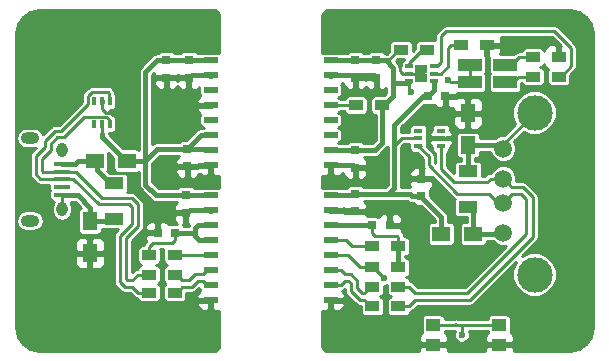
<source format=gtl>
G04 #@! TF.FileFunction,Copper,L1,Top,Signal*
%FSLAX46Y46*%
G04 Gerber Fmt 4.6, Leading zero omitted, Abs format (unit mm)*
G04 Created by KiCad (PCBNEW (after 2015-mar-04 BZR unknown)-product) date 15.06.2015 13:23:24*
%MOMM*%
G01*
G04 APERTURE LIST*
%ADD10C,0.100000*%
%ADD11R,1.200000X0.900000*%
%ADD12C,1.501140*%
%ADD13C,2.999740*%
%ADD14R,1.143000X0.508000*%
%ADD15R,0.750000X0.800000*%
%ADD16R,0.800000X0.750000*%
%ADD17R,1.200000X1.000000*%
%ADD18R,2.000000X1.000000*%
%ADD19R,1.500000X1.300000*%
%ADD20R,1.300000X1.500000*%
%ADD21R,0.398780X0.749300*%
%ADD22R,0.749300X0.398780*%
%ADD23R,0.650000X0.350000*%
%ADD24R,1.000000X0.800000*%
%ADD25R,1.350000X0.400000*%
%ADD26O,0.950000X1.250000*%
%ADD27O,1.550000X1.000000*%
%ADD28R,1.600000X1.000000*%
%ADD29C,0.600000*%
%ADD30C,0.400000*%
%ADD31C,0.250000*%
%ADD32C,0.254000*%
G04 APERTURE END LIST*
D10*
D11*
X120353000Y-106426000D03*
X118153000Y-106426000D03*
D12*
X126810000Y-114808000D03*
X126810000Y-117348000D03*
X126810000Y-119380000D03*
X126810000Y-121920000D03*
D13*
X129477000Y-111760000D03*
X129477000Y-125476000D03*
D14*
X102045000Y-118745000D03*
X102045000Y-120015000D03*
X102045000Y-121285000D03*
X102045000Y-122555000D03*
X102045000Y-123825000D03*
X102045000Y-125095000D03*
X102045000Y-126365000D03*
X102045000Y-127635000D03*
X112205000Y-127635000D03*
X112205000Y-126365000D03*
X112205000Y-125095000D03*
X112205000Y-123825000D03*
X112205000Y-122555000D03*
X112205000Y-121285000D03*
X112205000Y-120015000D03*
X112205000Y-118745000D03*
X102045000Y-107315000D03*
X102045000Y-108585000D03*
X102045000Y-109855000D03*
X102045000Y-111125000D03*
X102045000Y-112395000D03*
X102045000Y-113665000D03*
X102045000Y-114935000D03*
X102045000Y-116205000D03*
X112205000Y-116205000D03*
X112205000Y-114935000D03*
X112205000Y-113665000D03*
X112205000Y-112395000D03*
X112205000Y-111125000D03*
X112205000Y-109855000D03*
X112205000Y-108585000D03*
X112205000Y-107315000D03*
D15*
X98298000Y-107327000D03*
X98298000Y-108827000D03*
D16*
X99048000Y-121920000D03*
X97548000Y-121920000D03*
D15*
X100203000Y-107327000D03*
X100203000Y-108827000D03*
X99949000Y-118757000D03*
X99949000Y-120257000D03*
X100076000Y-114820000D03*
X100076000Y-116320000D03*
X114300000Y-114947000D03*
X114300000Y-116447000D03*
X114300000Y-107327000D03*
X114300000Y-108827000D03*
D11*
X99017000Y-123825000D03*
X96817000Y-123825000D03*
X117940000Y-123063000D03*
X115740000Y-123063000D03*
X125433000Y-106045000D03*
X123233000Y-106045000D03*
X131529000Y-108712000D03*
X129329000Y-108712000D03*
X116543000Y-111125000D03*
X114343000Y-111125000D03*
X115740000Y-124841000D03*
X117940000Y-124841000D03*
X131529000Y-107061000D03*
X129329000Y-107061000D03*
D17*
X120898000Y-129706000D03*
X120898000Y-131406000D03*
X126498000Y-131406000D03*
X126498000Y-129706000D03*
D15*
X116078000Y-107327000D03*
X116078000Y-108827000D03*
X114300000Y-118630000D03*
X114300000Y-120130000D03*
D16*
X115709000Y-121285000D03*
X117209000Y-121285000D03*
X120408000Y-110363000D03*
X121908000Y-110363000D03*
D18*
X123976000Y-109208000D03*
X126976000Y-109208000D03*
X126976000Y-107708000D03*
X123976000Y-107708000D03*
D19*
X92249000Y-115824000D03*
X94949000Y-115824000D03*
D20*
X91821000Y-120951000D03*
X91821000Y-123651000D03*
D19*
X121586000Y-122047000D03*
X124286000Y-122047000D03*
D20*
X123825000Y-111807000D03*
X123825000Y-114507000D03*
D11*
X99017000Y-125476000D03*
X96817000Y-125476000D03*
X99017000Y-127000000D03*
X96817000Y-127000000D03*
X117940000Y-126492000D03*
X115740000Y-126492000D03*
X117940000Y-128143000D03*
X115740000Y-128143000D03*
D21*
X93487240Y-110810040D03*
X92837000Y-110810040D03*
X92186760Y-110810040D03*
X92186760Y-112709960D03*
X92837000Y-112709960D03*
X93487240Y-112709960D03*
D22*
X121539000Y-114584480D03*
X121539000Y-113934240D03*
X121539000Y-113284000D03*
X119639080Y-113284000D03*
X119639080Y-113934240D03*
X119639080Y-114584480D03*
D23*
X120938000Y-109108000D03*
X120938000Y-108458000D03*
X120938000Y-107808000D03*
X118838000Y-107808000D03*
X118838000Y-108458000D03*
X118838000Y-109108000D03*
D24*
X119888000Y-108058000D03*
X119888000Y-108858000D03*
D25*
X89446540Y-116110600D03*
X89446540Y-116760600D03*
X89446540Y-117410600D03*
X89446540Y-118060600D03*
X89446540Y-118710600D03*
D26*
X89446540Y-114910600D03*
X89446540Y-119910600D03*
D27*
X86746540Y-113910600D03*
X86746540Y-120910600D03*
D28*
X93853000Y-117753000D03*
X93853000Y-120753000D03*
X123825000Y-119737000D03*
X123825000Y-116737000D03*
D15*
X119888000Y-118860000D03*
X119888000Y-117360000D03*
D29*
X101600000Y-130810000D03*
X100330000Y-130810000D03*
X99060000Y-130810000D03*
X97790000Y-130810000D03*
X96520000Y-130810000D03*
X95250000Y-130810000D03*
X92710000Y-130810000D03*
X93980000Y-130810000D03*
X91440000Y-130810000D03*
X90170000Y-130810000D03*
X88900000Y-130810000D03*
X87630000Y-130810000D03*
X86360000Y-129540000D03*
X86360000Y-128270000D03*
X86360000Y-127000000D03*
X86360000Y-125730000D03*
X86360000Y-124460000D03*
X86360000Y-123190000D03*
X87630000Y-123190000D03*
X88900000Y-123190000D03*
X98298000Y-110109000D03*
X99187000Y-110109000D03*
X100203000Y-110109000D03*
X101727000Y-117475000D03*
X100203000Y-117475000D03*
X86360000Y-111760000D03*
X86360000Y-110490000D03*
X86360000Y-109220000D03*
X86360000Y-107950000D03*
X86360000Y-106680000D03*
X86360000Y-105410000D03*
X87630000Y-104140000D03*
X88900000Y-104140000D03*
X90170000Y-104140000D03*
X91440000Y-104140000D03*
X92710000Y-104140000D03*
X93980000Y-104140000D03*
X95250000Y-104140000D03*
X96520000Y-104140000D03*
X97790000Y-104140000D03*
X99060000Y-104140000D03*
X100330000Y-104140000D03*
X101600000Y-104140000D03*
X93853000Y-111760000D03*
X96012000Y-122428000D03*
X91186000Y-125476000D03*
X92456000Y-125476000D03*
X98425000Y-120269000D03*
X116713000Y-125730000D03*
X123317000Y-130556000D03*
X115443000Y-116459000D03*
X115697000Y-119888000D03*
X116967000Y-119888000D03*
X112268000Y-117348000D03*
X113284000Y-117348000D03*
X121920000Y-111506000D03*
X113030000Y-130810000D03*
X118364000Y-117348000D03*
X118110000Y-107442000D03*
X129540000Y-130810000D03*
X130810000Y-130810000D03*
X132080000Y-130810000D03*
X133350000Y-129540000D03*
X133350000Y-128270000D03*
X133350000Y-127000000D03*
X133350000Y-125730000D03*
X133350000Y-124460000D03*
X133350000Y-123190000D03*
X133350000Y-121920000D03*
X133350000Y-120650000D03*
X133350000Y-119380000D03*
X133350000Y-118110000D03*
X133350000Y-116840000D03*
X133350000Y-115570000D03*
X133350000Y-114300000D03*
X133350000Y-113030000D03*
X133350000Y-111760000D03*
X133350000Y-110490000D03*
X133350000Y-107950000D03*
X133350000Y-109220000D03*
X133350000Y-106680000D03*
X133350000Y-105410000D03*
X132080000Y-104140000D03*
X130810000Y-104140000D03*
X129540000Y-104140000D03*
X128270000Y-104140000D03*
X127000000Y-104140000D03*
X125730000Y-104140000D03*
X124460000Y-104140000D03*
X123190000Y-104140000D03*
X121920000Y-104140000D03*
X120650000Y-104140000D03*
X119380000Y-104140000D03*
X118110000Y-104140000D03*
X116840000Y-104140000D03*
X115570000Y-104140000D03*
X114300000Y-104140000D03*
X113030000Y-104140000D03*
X114300000Y-130810000D03*
X115570000Y-130810000D03*
X116840000Y-130810000D03*
X118110000Y-130810000D03*
X119380000Y-130810000D03*
X128270000Y-130810000D03*
X115316000Y-109982000D03*
X127127000Y-106045000D03*
X123190000Y-110363000D03*
X124206000Y-110363000D03*
X119888000Y-108077000D03*
X119888000Y-108858000D03*
X118999000Y-109982000D03*
X122174000Y-108966000D03*
D30*
X98945000Y-120257000D02*
X98933000Y-120269000D01*
X100076000Y-120257000D02*
X98945000Y-120257000D01*
X100318000Y-120015000D02*
X100076000Y-120257000D01*
X102045000Y-120015000D02*
X100318000Y-120015000D01*
X102045000Y-127635000D02*
X102045000Y-130365000D01*
X102045000Y-130365000D02*
X101600000Y-130810000D01*
X100330000Y-130810000D02*
X99060000Y-130810000D01*
X97790000Y-130810000D02*
X96520000Y-130810000D01*
X95250000Y-130810000D02*
X92710000Y-130810000D01*
X93980000Y-130810000D02*
X91440000Y-130810000D01*
X90170000Y-130810000D02*
X88900000Y-130810000D01*
X87630000Y-130810000D02*
X86360000Y-129540000D01*
X86360000Y-128270000D02*
X86360000Y-127000000D01*
X86360000Y-125730000D02*
X86360000Y-124460000D01*
X86360000Y-123190000D02*
X87630000Y-123190000D01*
X91821000Y-123251000D02*
X91821000Y-123698000D01*
X98298000Y-108827000D02*
X98298000Y-110109000D01*
X99187000Y-110109000D02*
X100203000Y-110109000D01*
X100445000Y-108585000D02*
X100203000Y-108827000D01*
X102045000Y-108585000D02*
X100445000Y-108585000D01*
X100203000Y-108827000D02*
X98298000Y-108827000D01*
X102045000Y-117157000D02*
X101727000Y-117475000D01*
X102045000Y-116205000D02*
X102045000Y-117157000D01*
X97548000Y-121920000D02*
X96520000Y-121920000D01*
D31*
X92837000Y-110871000D02*
X92862849Y-110896849D01*
X92837000Y-110810040D02*
X92837000Y-110871000D01*
X93980000Y-111760000D02*
X95250000Y-110490000D01*
X95250000Y-110490000D02*
X95250000Y-109220000D01*
X95250000Y-109220000D02*
X88900000Y-109220000D01*
X88900000Y-109220000D02*
X86360000Y-111760000D01*
X86360000Y-110490000D02*
X86360000Y-109220000D01*
X86360000Y-107950000D02*
X86360000Y-106680000D01*
X86360000Y-105410000D02*
X87630000Y-104140000D01*
X88900000Y-104140000D02*
X90170000Y-104140000D01*
X91440000Y-104140000D02*
X92710000Y-104140000D01*
X93980000Y-104140000D02*
X95250000Y-104140000D01*
X96520000Y-104140000D02*
X97790000Y-104140000D01*
X99060000Y-104140000D02*
X100330000Y-104140000D01*
X92837000Y-110810040D02*
X92837000Y-111434690D01*
X92837000Y-111434690D02*
X93162310Y-111760000D01*
X93162310Y-111760000D02*
X93853000Y-111760000D01*
X93853000Y-111760000D02*
X93980000Y-111760000D01*
X96520000Y-121920000D02*
X96012000Y-122428000D01*
X91821000Y-123651000D02*
X91821000Y-125476000D01*
X91821000Y-125476000D02*
X91186000Y-125476000D01*
X98437000Y-120257000D02*
X98425000Y-120269000D01*
X99949000Y-120257000D02*
X98437000Y-120257000D01*
X94890000Y-122414908D02*
X94890000Y-125857000D01*
X95906000Y-121398908D02*
X94890000Y-122414908D01*
X95906000Y-119520092D02*
X95906000Y-121398908D01*
X95363908Y-118978000D02*
X95906000Y-119520092D01*
X94890000Y-125857000D02*
X94996000Y-125963000D01*
X92823908Y-118978000D02*
X95363908Y-118978000D01*
X90355954Y-116810600D02*
X90656508Y-116810600D01*
X90295966Y-116750612D02*
X90355954Y-116810600D01*
X89892114Y-116750612D02*
X90295966Y-116750612D01*
X89882126Y-116760600D02*
X89892114Y-116750612D01*
X90656508Y-116810600D02*
X92823908Y-118978000D01*
X95430000Y-125963000D02*
X95917000Y-125476000D01*
X89446540Y-116760600D02*
X89882126Y-116760600D01*
X94996000Y-125963000D02*
X95430000Y-125963000D01*
X95917000Y-125476000D02*
X96817000Y-125476000D01*
X88546530Y-114387804D02*
X89073744Y-113860590D01*
X87862508Y-116810600D02*
X87778000Y-116726092D01*
X88384040Y-116810600D02*
X87862508Y-116810600D01*
X88434040Y-116760600D02*
X88384040Y-116810600D01*
X87778000Y-115683908D02*
X88546530Y-114915378D01*
X89446540Y-116760600D02*
X88434040Y-116760600D01*
X87778000Y-116726092D02*
X87778000Y-115683908D01*
X93461391Y-112684111D02*
X93487240Y-112709960D01*
X89073744Y-113860590D02*
X89601318Y-113860590D01*
X88546530Y-114915378D02*
X88546530Y-114387804D01*
X91362463Y-112110309D02*
X91357023Y-112104869D01*
X93216391Y-112110309D02*
X91362463Y-112110309D01*
X93487240Y-112381158D02*
X93216391Y-112110309D01*
X93487240Y-112709960D02*
X93487240Y-112381158D01*
X91351584Y-112110309D02*
X91362463Y-112110309D01*
X89601318Y-113860575D02*
X91351584Y-112110309D01*
X89601318Y-113860590D02*
X89601318Y-113860575D01*
X96817000Y-127000000D02*
X96328802Y-127000000D01*
X95917000Y-127000000D02*
X96817000Y-127000000D01*
X95430000Y-126513000D02*
X95917000Y-127000000D01*
X94768184Y-126513000D02*
X95430000Y-126513000D01*
X94340000Y-126084816D02*
X94768184Y-126513000D01*
X92596092Y-119528000D02*
X95136092Y-119528000D01*
X90428692Y-117360600D02*
X92596092Y-119528000D01*
X95136092Y-119528000D02*
X95356000Y-119747908D01*
X90295966Y-117420588D02*
X90355954Y-117360600D01*
X95356000Y-119747908D02*
X95356000Y-121171092D01*
X90355954Y-117360600D02*
X90428692Y-117360600D01*
X89882126Y-117410600D02*
X89892114Y-117420588D01*
X94340000Y-122187092D02*
X94340000Y-126084816D01*
X95356000Y-121171092D02*
X94340000Y-122187092D01*
X89446540Y-117410600D02*
X89882126Y-117410600D01*
X89892114Y-117420588D02*
X90295966Y-117420588D01*
X93461391Y-110095389D02*
X93461391Y-110810040D01*
X93376391Y-110010389D02*
X93461391Y-110095389D01*
X93461391Y-110810040D02*
X93487240Y-110810040D01*
X92007369Y-110010389D02*
X93376391Y-110010389D01*
X91635369Y-110382389D02*
X92007369Y-110010389D01*
X91635369Y-111048721D02*
X91635369Y-110382389D01*
X88845931Y-113310600D02*
X89373490Y-113310600D01*
X87996540Y-114159991D02*
X88845931Y-113310600D01*
X87228000Y-115456092D02*
X87996540Y-114687552D01*
X87228000Y-116953908D02*
X87228000Y-115456092D01*
X87634692Y-117360600D02*
X87228000Y-116953908D01*
X88384040Y-117360600D02*
X87634692Y-117360600D01*
X88434040Y-117410600D02*
X88384040Y-117360600D01*
X89446540Y-117410600D02*
X88434040Y-117410600D01*
X89373490Y-113310600D02*
X91635369Y-111048721D01*
X87996540Y-114687552D02*
X87996540Y-114159991D01*
X118840000Y-128143000D02*
X119390500Y-127592500D01*
X119390500Y-127592500D02*
X124002408Y-127592500D01*
X117940000Y-128143000D02*
X118840000Y-128143000D01*
X124002408Y-127592500D02*
X129307000Y-122287908D01*
X129307000Y-122287908D02*
X129307000Y-118885092D01*
X127551001Y-118089001D02*
X126810000Y-117348000D01*
X128510909Y-118089001D02*
X127551001Y-118089001D01*
X129307000Y-118885092D02*
X128510909Y-118089001D01*
X121539000Y-115033870D02*
X121539000Y-114584480D01*
X121539000Y-116516002D02*
X121539000Y-115033870D01*
X122684999Y-117662001D02*
X121539000Y-116516002D01*
X125434533Y-117662001D02*
X122684999Y-117662001D01*
X125748534Y-117348000D02*
X125434533Y-117662001D01*
X126810000Y-117348000D02*
X125748534Y-117348000D01*
X119390500Y-127042500D02*
X123774592Y-127042500D01*
X118840000Y-126492000D02*
X119390500Y-127042500D01*
X117940000Y-126492000D02*
X118840000Y-126492000D01*
X123774592Y-127042500D02*
X128757000Y-122060092D01*
X128757000Y-122060092D02*
X128757000Y-119112908D01*
X128283091Y-118638999D02*
X127551001Y-118638999D01*
X127551001Y-118638999D02*
X126810000Y-119380000D01*
X128757000Y-119112908D02*
X128283091Y-118638999D01*
X119639080Y-114584480D02*
X119814340Y-114584480D01*
X125603000Y-118618000D02*
X122936000Y-118618000D01*
X122936000Y-118618000D02*
X120523000Y-116205000D01*
X120523000Y-116205000D02*
X120523000Y-115468400D01*
X120523000Y-115468400D02*
X119639080Y-114584480D01*
X126365000Y-119380000D02*
X125603000Y-118618000D01*
X126810000Y-119380000D02*
X126365000Y-119380000D01*
X118838000Y-107556002D02*
X118838000Y-107808000D01*
X119968002Y-106426000D02*
X118838000Y-107556002D01*
X120353000Y-106426000D02*
X119968002Y-106426000D01*
X114681000Y-124841000D02*
X115740000Y-124841000D01*
X115824000Y-124925000D02*
X115740000Y-124841000D01*
X113665000Y-123825000D02*
X114681000Y-124841000D01*
X112205000Y-123825000D02*
X113665000Y-123825000D01*
X122770000Y-129706000D02*
X122809000Y-129667000D01*
X120898000Y-129706000D02*
X122770000Y-129706000D01*
X122848000Y-129706000D02*
X122809000Y-129667000D01*
X123317000Y-129706000D02*
X122848000Y-129706000D01*
X126498000Y-129706000D02*
X123317000Y-129706000D01*
X123317000Y-129794000D02*
X123317000Y-129706000D01*
X123317000Y-129706000D02*
X123317000Y-129794000D01*
X123317000Y-130556000D02*
X123317000Y-129706000D01*
X115824000Y-124841000D02*
X116713000Y-125730000D01*
X115740000Y-124841000D02*
X115824000Y-124841000D01*
D30*
X90521541Y-118760601D02*
X89446540Y-118760601D01*
X90780601Y-118760601D02*
X90521541Y-118760601D01*
X91821000Y-119801000D02*
X90780601Y-118760601D01*
X91821000Y-120951000D02*
X91821000Y-119801000D01*
X93655000Y-120951000D02*
X93853000Y-120753000D01*
X91821000Y-120951000D02*
X93655000Y-120951000D01*
D31*
X89446540Y-119910600D02*
X89446540Y-118710600D01*
X99654000Y-126513000D02*
X100443908Y-126513000D01*
X99167000Y-127000000D02*
X99654000Y-126513000D01*
X101367500Y-126005000D02*
X101727500Y-126365000D01*
X100951908Y-126005000D02*
X101367500Y-126005000D01*
X100443908Y-126513000D02*
X100951908Y-126005000D01*
X99654000Y-125963000D02*
X100216092Y-125963000D01*
X99167000Y-125476000D02*
X99654000Y-125963000D01*
X101367500Y-125455000D02*
X101727500Y-125095000D01*
X100724092Y-125455000D02*
X101367500Y-125455000D01*
X100216092Y-125963000D02*
X100724092Y-125455000D01*
D30*
X92245000Y-116078000D02*
X92499000Y-115824000D01*
X90554853Y-116125602D02*
X90856455Y-115824000D01*
X89633227Y-116125602D02*
X90554853Y-116125602D01*
X91099000Y-115824000D02*
X92249000Y-115824000D01*
X89623239Y-116135590D02*
X89633227Y-116125602D01*
X90856455Y-115824000D02*
X91099000Y-115824000D01*
X89446540Y-116135590D02*
X89623239Y-116135590D01*
X89446540Y-116110600D02*
X89446540Y-116135590D01*
X93553000Y-117753000D02*
X92456000Y-116656000D01*
X93853000Y-117753000D02*
X93553000Y-117753000D01*
X92456000Y-116031000D02*
X92249000Y-115824000D01*
X92456000Y-116656000D02*
X92456000Y-116031000D01*
X100215000Y-107315000D02*
X100203000Y-107327000D01*
X102045000Y-107315000D02*
X100215000Y-107315000D01*
X100203000Y-107327000D02*
X98298000Y-107327000D01*
X94549000Y-115824000D02*
X95492000Y-115824000D01*
X101930000Y-114820000D02*
X102045000Y-114935000D01*
X100076000Y-114820000D02*
X101930000Y-114820000D01*
X101231000Y-113665000D02*
X100076000Y-114820000D01*
X102045000Y-113665000D02*
X101231000Y-113665000D01*
X94549000Y-115824000D02*
X95123000Y-115824000D01*
X100088000Y-118745000D02*
X100076000Y-118757000D01*
X102045000Y-118745000D02*
X100088000Y-118745000D01*
X100076000Y-118757000D02*
X99834000Y-118757000D01*
X94849000Y-115824000D02*
X92837000Y-113812000D01*
X94949000Y-115824000D02*
X94849000Y-115824000D01*
X92837000Y-113812000D02*
X92837000Y-113533762D01*
D31*
X92837000Y-113533762D02*
X92837000Y-112709960D01*
D30*
X94949000Y-115824000D02*
X96520000Y-115824000D01*
X97524000Y-114820000D02*
X100076000Y-114820000D01*
X96520000Y-115824000D02*
X97524000Y-114820000D01*
X96520000Y-108330000D02*
X96520000Y-115824000D01*
X97523000Y-107327000D02*
X96520000Y-108330000D01*
X98298000Y-107327000D02*
X97523000Y-107327000D01*
X99949000Y-118757000D02*
X97421000Y-118757000D01*
X96520000Y-117856000D02*
X96520000Y-115824000D01*
X97421000Y-118757000D02*
X96520000Y-117856000D01*
X102045000Y-122555000D02*
X101073500Y-122555000D01*
X102045000Y-121285000D02*
X100965000Y-121285000D01*
D31*
X96817000Y-123125000D02*
X96817000Y-123825000D01*
X97133000Y-122809000D02*
X96817000Y-123125000D01*
D30*
X100965000Y-121285000D02*
X100711000Y-121539000D01*
X101073500Y-122555000D02*
X100711000Y-122192500D01*
X100647903Y-121920000D02*
X100711000Y-121856903D01*
X99048000Y-121920000D02*
X100647903Y-121920000D01*
X100711000Y-121856903D02*
X100711000Y-121539000D01*
X100711000Y-122192500D02*
X100711000Y-121856903D01*
D31*
X98784000Y-122809000D02*
X97133000Y-122809000D01*
X99048000Y-122545000D02*
X98784000Y-122809000D01*
X99048000Y-121920000D02*
X99048000Y-122545000D01*
D30*
X114185000Y-120015000D02*
X114300000Y-120130000D01*
X112205000Y-120015000D02*
X114185000Y-120015000D01*
X114058000Y-108585000D02*
X114300000Y-108827000D01*
X112205000Y-108585000D02*
X114058000Y-108585000D01*
X115836000Y-108585000D02*
X116078000Y-108827000D01*
X112205000Y-108585000D02*
X115836000Y-108585000D01*
X114058000Y-116205000D02*
X114300000Y-116447000D01*
X112205000Y-116205000D02*
X114058000Y-116205000D01*
X115431000Y-116447000D02*
X115443000Y-116459000D01*
X114300000Y-116447000D02*
X115431000Y-116447000D01*
X115455000Y-120130000D02*
X115697000Y-119888000D01*
X114300000Y-120130000D02*
X115455000Y-120130000D01*
X112205000Y-117285000D02*
X112268000Y-117348000D01*
X112205000Y-116205000D02*
X112205000Y-117285000D01*
D31*
X125433000Y-106045000D02*
X126746000Y-106045000D01*
X121908000Y-111494000D02*
X121920000Y-111506000D01*
X121908000Y-110363000D02*
X121908000Y-111494000D01*
X123825000Y-111807000D02*
X123825000Y-111252000D01*
X112205000Y-129985000D02*
X113030000Y-130810000D01*
X112205000Y-127635000D02*
X112205000Y-129985000D01*
X118376000Y-117360000D02*
X118364000Y-117348000D01*
X119888000Y-117360000D02*
X118376000Y-117360000D01*
X118364000Y-108458000D02*
X118110000Y-108204000D01*
X118110000Y-108204000D02*
X118110000Y-107442000D01*
X118838000Y-108458000D02*
X118364000Y-108458000D01*
X119488000Y-108458000D02*
X119888000Y-108058000D01*
X118838000Y-108458000D02*
X119488000Y-108458000D01*
X129540000Y-130810000D02*
X130810000Y-130810000D01*
X132080000Y-130810000D02*
X133350000Y-129540000D01*
X133350000Y-128270000D02*
X133350000Y-127000000D01*
X133350000Y-125730000D02*
X133350000Y-124460000D01*
X133350000Y-123190000D02*
X133350000Y-121920000D01*
X133350000Y-120650000D02*
X133350000Y-119380000D01*
X133350000Y-118110000D02*
X133350000Y-116840000D01*
X133350000Y-115570000D02*
X133350000Y-114300000D01*
X133350000Y-113030000D02*
X133350000Y-111760000D01*
X133350000Y-110490000D02*
X133350000Y-107950000D01*
X133350000Y-109220000D02*
X133350000Y-106680000D01*
X133350000Y-105410000D02*
X132080000Y-104140000D01*
X130810000Y-104140000D02*
X129540000Y-104140000D01*
X128270000Y-104140000D02*
X127000000Y-104140000D01*
X125730000Y-104140000D02*
X124460000Y-104140000D01*
X123190000Y-104140000D02*
X121920000Y-104140000D01*
X120650000Y-104140000D02*
X119380000Y-104140000D01*
X118110000Y-104140000D02*
X116840000Y-104140000D01*
X115570000Y-104140000D02*
X114300000Y-104140000D01*
X119380000Y-130810000D02*
X119380000Y-129032000D01*
X115570000Y-130810000D02*
X116840000Y-130810000D01*
X118110000Y-130810000D02*
X119380000Y-130810000D01*
X113030000Y-130810000D02*
X114300000Y-130810000D01*
X128270000Y-129286000D02*
X128270000Y-130810000D01*
X127508000Y-128524000D02*
X128270000Y-129286000D01*
X119888000Y-128524000D02*
X127508000Y-128524000D01*
X119380000Y-129032000D02*
X119888000Y-128524000D01*
X115316000Y-109982000D02*
X114300000Y-109982000D01*
X114300000Y-109982000D02*
X114300000Y-108827000D01*
X116078000Y-109728000D02*
X115824000Y-109982000D01*
X115824000Y-109982000D02*
X115316000Y-109982000D01*
X116078000Y-108827000D02*
X116078000Y-109728000D01*
X125433000Y-106045000D02*
X127127000Y-106045000D01*
X123825000Y-111807000D02*
X123825000Y-110807000D01*
X123825000Y-110807000D02*
X123825000Y-110363000D01*
X123825000Y-110363000D02*
X123190000Y-110363000D01*
X119888000Y-108077000D02*
X119888000Y-108058000D01*
X119888000Y-108058000D02*
X119888000Y-108858000D01*
D30*
X114185000Y-118745000D02*
X114300000Y-118630000D01*
X112205000Y-118745000D02*
X114185000Y-118745000D01*
X121586000Y-120583000D02*
X121586000Y-122047000D01*
X119888000Y-118885000D02*
X121586000Y-120583000D01*
X119888000Y-118860000D02*
X119888000Y-118885000D01*
X116852000Y-118630000D02*
X114764517Y-118630000D01*
X118883000Y-118630000D02*
X116852000Y-118630000D01*
X119113000Y-118860000D02*
X118883000Y-118630000D01*
X119888000Y-118860000D02*
X119113000Y-118860000D01*
X114764517Y-118630000D02*
X114300000Y-118630000D01*
X115075000Y-118630000D02*
X114764517Y-118630000D01*
X120938000Y-109833000D02*
X120938000Y-109133001D01*
X120408000Y-110363000D02*
X120938000Y-109833000D01*
X117602000Y-114554000D02*
X117602000Y-118110000D01*
X117602000Y-112776000D02*
X117602000Y-114554000D01*
X117602000Y-118110000D02*
X117082000Y-118630000D01*
X117082000Y-118630000D02*
X116852000Y-118630000D01*
X120015000Y-110363000D02*
X117602000Y-112776000D01*
X120408000Y-110363000D02*
X120015000Y-110363000D01*
D31*
X118221760Y-113934240D02*
X117602000Y-114554000D01*
X119639080Y-113934240D02*
X118221760Y-113934240D01*
D30*
X117940000Y-124841000D02*
X117940000Y-123063000D01*
X112205000Y-121285000D02*
X115709000Y-121285000D01*
D31*
X117940000Y-122258000D02*
X117940000Y-123063000D01*
X117856000Y-122174000D02*
X117940000Y-122258000D01*
X115973000Y-122174000D02*
X117856000Y-122174000D01*
X115709000Y-121910000D02*
X115973000Y-122174000D01*
X115709000Y-121285000D02*
X115709000Y-121910000D01*
D30*
X126784600Y-121894600D02*
X126810000Y-121920000D01*
X126429000Y-121539000D02*
X126810000Y-121920000D01*
X126683000Y-122047000D02*
X126810000Y-121920000D01*
X124286000Y-122047000D02*
X126683000Y-122047000D01*
X124286000Y-120198000D02*
X123825000Y-119737000D01*
X124286000Y-122047000D02*
X124286000Y-120198000D01*
D31*
X126976000Y-109208000D02*
X127647000Y-109208000D01*
X128143000Y-108712000D02*
X129329000Y-108712000D01*
X127647000Y-109208000D02*
X128143000Y-108712000D01*
X126976000Y-107708000D02*
X127496000Y-107708000D01*
X128143000Y-107061000D02*
X129329000Y-107061000D01*
X127496000Y-107708000D02*
X128143000Y-107061000D01*
X99335000Y-123825000D02*
X102045000Y-123825000D01*
X112205000Y-122555000D02*
X113538000Y-122555000D01*
X114046000Y-123063000D02*
X115740000Y-123063000D01*
X113538000Y-122555000D02*
X114046000Y-123063000D01*
X121513000Y-108458000D02*
X122174000Y-107797000D01*
X120938000Y-108458000D02*
X121513000Y-108458000D01*
X122383000Y-106045000D02*
X122174000Y-106254000D01*
X122174000Y-106254000D02*
X122174000Y-107797000D01*
X123233000Y-106045000D02*
X122383000Y-106045000D01*
X132554001Y-106270999D02*
X132554001Y-107836999D01*
X131148003Y-104865001D02*
X132554001Y-106270999D01*
X131679000Y-108712000D02*
X131529000Y-108712000D01*
X132554001Y-107836999D02*
X131679000Y-108712000D01*
X121956999Y-104865001D02*
X131148003Y-104865001D01*
X121539000Y-105283000D02*
X121956999Y-104865001D01*
X121539000Y-107442000D02*
X121539000Y-105283000D01*
X120938000Y-107808000D02*
X121173000Y-107808000D01*
X121173000Y-107808000D02*
X121539000Y-107442000D01*
X112205000Y-111125000D02*
X114343000Y-111125000D01*
X113422250Y-125455000D02*
X113905908Y-125455000D01*
X113062250Y-125095000D02*
X113422250Y-125455000D01*
X112205000Y-125095000D02*
X113062250Y-125095000D01*
X113905908Y-125455000D02*
X114448000Y-125997092D01*
X114448000Y-125997092D02*
X114448000Y-126591923D01*
X115590000Y-126492000D02*
X115740000Y-126492000D01*
X114898577Y-127042500D02*
X115039500Y-127042500D01*
X114448000Y-126591923D02*
X114898577Y-127042500D01*
X115039500Y-127042500D02*
X115590000Y-126492000D01*
X113422250Y-126005000D02*
X113678092Y-126005000D01*
X113062250Y-126365000D02*
X113422250Y-126005000D01*
X112205000Y-126365000D02*
X113062250Y-126365000D01*
X113678092Y-126005000D02*
X113898000Y-126224908D01*
X113898000Y-126224908D02*
X113898000Y-126819739D01*
X115590000Y-128143000D02*
X115740000Y-128143000D01*
X115039500Y-127592500D02*
X115590000Y-128143000D01*
X114670761Y-127592500D02*
X115039500Y-127592500D01*
X113898000Y-126819739D02*
X114670761Y-127592500D01*
D30*
X123825000Y-114507000D02*
X123825000Y-116737000D01*
X126509000Y-114507000D02*
X126810000Y-114808000D01*
X123825000Y-114507000D02*
X126509000Y-114507000D01*
D31*
X126810000Y-114427000D02*
X129477000Y-111760000D01*
X126810000Y-114808000D02*
X126810000Y-114427000D01*
D30*
X116693000Y-111125000D02*
X117475000Y-110343000D01*
X116543000Y-111125000D02*
X116693000Y-111125000D01*
X116586000Y-111168000D02*
X116543000Y-111125000D01*
X116586000Y-113166918D02*
X116586000Y-111168000D01*
X116586000Y-114300000D02*
X116586000Y-113166918D01*
X116586000Y-114300000D02*
X115939000Y-114947000D01*
X117475000Y-107949000D02*
X116853000Y-107327000D01*
X115075000Y-114947000D02*
X115963000Y-114947000D01*
X115939000Y-114947000D02*
X115075000Y-114947000D01*
X116066000Y-107315000D02*
X116078000Y-107327000D01*
X114288000Y-114935000D02*
X114300000Y-114947000D01*
X112205000Y-114935000D02*
X114288000Y-114935000D01*
X115075000Y-114947000D02*
X114300000Y-114947000D01*
X116853000Y-107327000D02*
X116078000Y-107327000D01*
X114288000Y-107315000D02*
X114300000Y-107327000D01*
X112205000Y-107315000D02*
X114288000Y-107315000D01*
X114300000Y-107327000D02*
X116078000Y-107327000D01*
D31*
X118003000Y-106426000D02*
X118153000Y-106426000D01*
X117102000Y-107327000D02*
X118003000Y-106426000D01*
X116853000Y-107327000D02*
X117102000Y-107327000D01*
D30*
X118724894Y-109221106D02*
X118812999Y-109133001D01*
X117475000Y-109221106D02*
X118724894Y-109221106D01*
X117475000Y-110343000D02*
X117475000Y-109221106D01*
X118812999Y-109133001D02*
X118838000Y-109133001D01*
X117475000Y-109221106D02*
X117475000Y-107949000D01*
D31*
X123964000Y-109220000D02*
X123976000Y-109208000D01*
X123976000Y-109208000D02*
X123976000Y-107708000D01*
X118838000Y-109821000D02*
X118999000Y-109982000D01*
X122174000Y-108966000D02*
X122416000Y-109208000D01*
X122416000Y-109208000D02*
X123976000Y-109208000D01*
X118838000Y-109108000D02*
X118838000Y-109821000D01*
D32*
G36*
X112352000Y-108712000D02*
X112332000Y-108712000D01*
X112332000Y-108732000D01*
X112078000Y-108732000D01*
X112078000Y-108712000D01*
X112058000Y-108712000D01*
X112058000Y-108458000D01*
X112078000Y-108458000D01*
X112078000Y-108438000D01*
X112332000Y-108438000D01*
X112332000Y-108458000D01*
X112352000Y-108458000D01*
X112352000Y-108712000D01*
X112352000Y-108712000D01*
G37*
X112352000Y-108712000D02*
X112332000Y-108712000D01*
X112332000Y-108732000D01*
X112078000Y-108732000D01*
X112078000Y-108712000D01*
X112058000Y-108712000D01*
X112058000Y-108458000D01*
X112078000Y-108458000D01*
X112078000Y-108438000D01*
X112332000Y-108438000D01*
X112332000Y-108458000D01*
X112352000Y-108458000D01*
X112352000Y-108712000D01*
G36*
X116898000Y-110103998D02*
X116711384Y-110290614D01*
X115951000Y-110290614D01*
X115951000Y-109703250D01*
X115951000Y-108954000D01*
X115226750Y-108954000D01*
X115189000Y-108991750D01*
X115151250Y-108954000D01*
X114427000Y-108954000D01*
X114427000Y-109703250D01*
X114585750Y-109862000D01*
X114801310Y-109862000D01*
X115034699Y-109765327D01*
X115189000Y-109611025D01*
X115343301Y-109765327D01*
X115576690Y-109862000D01*
X115792250Y-109862000D01*
X115951000Y-109703250D01*
X115951000Y-110290614D01*
X115943000Y-110290614D01*
X115799251Y-110318505D01*
X115672909Y-110401498D01*
X115588337Y-110526788D01*
X115558614Y-110675000D01*
X115558614Y-111575000D01*
X115586505Y-111718749D01*
X115669498Y-111845091D01*
X115794788Y-111929663D01*
X115943000Y-111959386D01*
X116009000Y-111959386D01*
X116009000Y-113166918D01*
X116009000Y-114060998D01*
X115699998Y-114370000D01*
X115075000Y-114370000D01*
X115009652Y-114370000D01*
X114948502Y-114276909D01*
X114823212Y-114192337D01*
X114675000Y-114162614D01*
X113925000Y-114162614D01*
X113781251Y-114190505D01*
X113654909Y-114273498D01*
X113597869Y-114358000D01*
X112971619Y-114358000D01*
X112924712Y-114326337D01*
X112793663Y-114300055D01*
X112920249Y-114275495D01*
X113046591Y-114192502D01*
X113131163Y-114067212D01*
X113160886Y-113919000D01*
X113160886Y-113411000D01*
X113132995Y-113267251D01*
X113050002Y-113140909D01*
X112924712Y-113056337D01*
X112793663Y-113030055D01*
X112920249Y-113005495D01*
X113046591Y-112922502D01*
X113131163Y-112797212D01*
X113160886Y-112649000D01*
X113160886Y-112141000D01*
X113132995Y-111997251D01*
X113050002Y-111870909D01*
X112924712Y-111786337D01*
X112793663Y-111760055D01*
X112920249Y-111735495D01*
X113046591Y-111652502D01*
X113063805Y-111627000D01*
X113368703Y-111627000D01*
X113386505Y-111718749D01*
X113469498Y-111845091D01*
X113594788Y-111929663D01*
X113743000Y-111959386D01*
X114943000Y-111959386D01*
X115086749Y-111931495D01*
X115213091Y-111848502D01*
X115297663Y-111723212D01*
X115327386Y-111575000D01*
X115327386Y-110675000D01*
X115299495Y-110531251D01*
X115216502Y-110404909D01*
X115091212Y-110320337D01*
X114943000Y-110290614D01*
X113743000Y-110290614D01*
X113599251Y-110318505D01*
X113472909Y-110401498D01*
X113388337Y-110526788D01*
X113369042Y-110623000D01*
X113064513Y-110623000D01*
X113050002Y-110600909D01*
X112924712Y-110516337D01*
X112793663Y-110490055D01*
X112920249Y-110465495D01*
X113046591Y-110382502D01*
X113131163Y-110257212D01*
X113160886Y-110109000D01*
X113160886Y-109601000D01*
X113132995Y-109457251D01*
X113092408Y-109395465D01*
X113136199Y-109377327D01*
X113290000Y-109223525D01*
X113290000Y-109353309D01*
X113386673Y-109586698D01*
X113565301Y-109765327D01*
X113798690Y-109862000D01*
X114014250Y-109862000D01*
X114173000Y-109703250D01*
X114173000Y-108954000D01*
X114153000Y-108954000D01*
X114153000Y-108700000D01*
X114173000Y-108700000D01*
X114173000Y-108680000D01*
X114427000Y-108680000D01*
X114427000Y-108700000D01*
X115151250Y-108700000D01*
X115189000Y-108662250D01*
X115226750Y-108700000D01*
X115951000Y-108700000D01*
X115951000Y-108680000D01*
X116205000Y-108680000D01*
X116205000Y-108700000D01*
X116225000Y-108700000D01*
X116225000Y-108954000D01*
X116205000Y-108954000D01*
X116205000Y-109703250D01*
X116363750Y-109862000D01*
X116579310Y-109862000D01*
X116812699Y-109765327D01*
X116898000Y-109680025D01*
X116898000Y-110103998D01*
X116898000Y-110103998D01*
G37*
X116898000Y-110103998D02*
X116711384Y-110290614D01*
X115951000Y-110290614D01*
X115951000Y-109703250D01*
X115951000Y-108954000D01*
X115226750Y-108954000D01*
X115189000Y-108991750D01*
X115151250Y-108954000D01*
X114427000Y-108954000D01*
X114427000Y-109703250D01*
X114585750Y-109862000D01*
X114801310Y-109862000D01*
X115034699Y-109765327D01*
X115189000Y-109611025D01*
X115343301Y-109765327D01*
X115576690Y-109862000D01*
X115792250Y-109862000D01*
X115951000Y-109703250D01*
X115951000Y-110290614D01*
X115943000Y-110290614D01*
X115799251Y-110318505D01*
X115672909Y-110401498D01*
X115588337Y-110526788D01*
X115558614Y-110675000D01*
X115558614Y-111575000D01*
X115586505Y-111718749D01*
X115669498Y-111845091D01*
X115794788Y-111929663D01*
X115943000Y-111959386D01*
X116009000Y-111959386D01*
X116009000Y-113166918D01*
X116009000Y-114060998D01*
X115699998Y-114370000D01*
X115075000Y-114370000D01*
X115009652Y-114370000D01*
X114948502Y-114276909D01*
X114823212Y-114192337D01*
X114675000Y-114162614D01*
X113925000Y-114162614D01*
X113781251Y-114190505D01*
X113654909Y-114273498D01*
X113597869Y-114358000D01*
X112971619Y-114358000D01*
X112924712Y-114326337D01*
X112793663Y-114300055D01*
X112920249Y-114275495D01*
X113046591Y-114192502D01*
X113131163Y-114067212D01*
X113160886Y-113919000D01*
X113160886Y-113411000D01*
X113132995Y-113267251D01*
X113050002Y-113140909D01*
X112924712Y-113056337D01*
X112793663Y-113030055D01*
X112920249Y-113005495D01*
X113046591Y-112922502D01*
X113131163Y-112797212D01*
X113160886Y-112649000D01*
X113160886Y-112141000D01*
X113132995Y-111997251D01*
X113050002Y-111870909D01*
X112924712Y-111786337D01*
X112793663Y-111760055D01*
X112920249Y-111735495D01*
X113046591Y-111652502D01*
X113063805Y-111627000D01*
X113368703Y-111627000D01*
X113386505Y-111718749D01*
X113469498Y-111845091D01*
X113594788Y-111929663D01*
X113743000Y-111959386D01*
X114943000Y-111959386D01*
X115086749Y-111931495D01*
X115213091Y-111848502D01*
X115297663Y-111723212D01*
X115327386Y-111575000D01*
X115327386Y-110675000D01*
X115299495Y-110531251D01*
X115216502Y-110404909D01*
X115091212Y-110320337D01*
X114943000Y-110290614D01*
X113743000Y-110290614D01*
X113599251Y-110318505D01*
X113472909Y-110401498D01*
X113388337Y-110526788D01*
X113369042Y-110623000D01*
X113064513Y-110623000D01*
X113050002Y-110600909D01*
X112924712Y-110516337D01*
X112793663Y-110490055D01*
X112920249Y-110465495D01*
X113046591Y-110382502D01*
X113131163Y-110257212D01*
X113160886Y-110109000D01*
X113160886Y-109601000D01*
X113132995Y-109457251D01*
X113092408Y-109395465D01*
X113136199Y-109377327D01*
X113290000Y-109223525D01*
X113290000Y-109353309D01*
X113386673Y-109586698D01*
X113565301Y-109765327D01*
X113798690Y-109862000D01*
X114014250Y-109862000D01*
X114173000Y-109703250D01*
X114173000Y-108954000D01*
X114153000Y-108954000D01*
X114153000Y-108700000D01*
X114173000Y-108700000D01*
X114173000Y-108680000D01*
X114427000Y-108680000D01*
X114427000Y-108700000D01*
X115151250Y-108700000D01*
X115189000Y-108662250D01*
X115226750Y-108700000D01*
X115951000Y-108700000D01*
X115951000Y-108680000D01*
X116205000Y-108680000D01*
X116205000Y-108700000D01*
X116225000Y-108700000D01*
X116225000Y-108954000D01*
X116205000Y-108954000D01*
X116205000Y-109703250D01*
X116363750Y-109862000D01*
X116579310Y-109862000D01*
X116812699Y-109765327D01*
X116898000Y-109680025D01*
X116898000Y-110103998D01*
G36*
X117025000Y-117870998D02*
X116842998Y-118053000D01*
X115310000Y-118053000D01*
X115310000Y-116973309D01*
X115310000Y-116732750D01*
X115151250Y-116574000D01*
X114427000Y-116574000D01*
X114427000Y-117323250D01*
X114585750Y-117482000D01*
X114801310Y-117482000D01*
X115034699Y-117385327D01*
X115213327Y-117206698D01*
X115310000Y-116973309D01*
X115310000Y-118053000D01*
X115075000Y-118053000D01*
X115009652Y-118053000D01*
X114948502Y-117959909D01*
X114823212Y-117875337D01*
X114675000Y-117845614D01*
X114173000Y-117845614D01*
X113925000Y-117845614D01*
X113781251Y-117873505D01*
X113654909Y-117956498D01*
X113570337Y-118081788D01*
X113553047Y-118168000D01*
X112971619Y-118168000D01*
X112924712Y-118136337D01*
X112776500Y-118106614D01*
X111633500Y-118106614D01*
X111489751Y-118134505D01*
X111480600Y-118140516D01*
X111480600Y-117082986D01*
X111507190Y-117094000D01*
X111759809Y-117094000D01*
X111919250Y-117094000D01*
X112078000Y-116935250D01*
X112078000Y-116332000D01*
X112058000Y-116332000D01*
X112058000Y-116078000D01*
X112078000Y-116078000D01*
X112078000Y-116058000D01*
X112332000Y-116058000D01*
X112332000Y-116078000D01*
X112352000Y-116078000D01*
X112352000Y-116332000D01*
X112332000Y-116332000D01*
X112332000Y-116935250D01*
X112490750Y-117094000D01*
X112650191Y-117094000D01*
X112902810Y-117094000D01*
X113136199Y-116997327D01*
X113290000Y-116843525D01*
X113290000Y-116973309D01*
X113386673Y-117206698D01*
X113565301Y-117385327D01*
X113798690Y-117482000D01*
X114014250Y-117482000D01*
X114173000Y-117323250D01*
X114173000Y-116574000D01*
X114153000Y-116574000D01*
X114153000Y-116320000D01*
X114173000Y-116320000D01*
X114173000Y-116300000D01*
X114427000Y-116300000D01*
X114427000Y-116320000D01*
X115151250Y-116320000D01*
X115310000Y-116161250D01*
X115310000Y-115920691D01*
X115213327Y-115687302D01*
X115050025Y-115524000D01*
X115075000Y-115524000D01*
X115938994Y-115524000D01*
X115939000Y-115524001D01*
X115939000Y-115524000D01*
X115939005Y-115524000D01*
X115963000Y-115524000D01*
X116183808Y-115480078D01*
X116371001Y-115355001D01*
X116419327Y-115282674D01*
X116993997Y-114708003D01*
X116994000Y-114708001D01*
X116994001Y-114708001D01*
X117025000Y-114661607D01*
X117025000Y-117870998D01*
X117025000Y-117870998D01*
G37*
X117025000Y-117870998D02*
X116842998Y-118053000D01*
X115310000Y-118053000D01*
X115310000Y-116973309D01*
X115310000Y-116732750D01*
X115151250Y-116574000D01*
X114427000Y-116574000D01*
X114427000Y-117323250D01*
X114585750Y-117482000D01*
X114801310Y-117482000D01*
X115034699Y-117385327D01*
X115213327Y-117206698D01*
X115310000Y-116973309D01*
X115310000Y-118053000D01*
X115075000Y-118053000D01*
X115009652Y-118053000D01*
X114948502Y-117959909D01*
X114823212Y-117875337D01*
X114675000Y-117845614D01*
X114173000Y-117845614D01*
X113925000Y-117845614D01*
X113781251Y-117873505D01*
X113654909Y-117956498D01*
X113570337Y-118081788D01*
X113553047Y-118168000D01*
X112971619Y-118168000D01*
X112924712Y-118136337D01*
X112776500Y-118106614D01*
X111633500Y-118106614D01*
X111489751Y-118134505D01*
X111480600Y-118140516D01*
X111480600Y-117082986D01*
X111507190Y-117094000D01*
X111759809Y-117094000D01*
X111919250Y-117094000D01*
X112078000Y-116935250D01*
X112078000Y-116332000D01*
X112058000Y-116332000D01*
X112058000Y-116078000D01*
X112078000Y-116078000D01*
X112078000Y-116058000D01*
X112332000Y-116058000D01*
X112332000Y-116078000D01*
X112352000Y-116078000D01*
X112352000Y-116332000D01*
X112332000Y-116332000D01*
X112332000Y-116935250D01*
X112490750Y-117094000D01*
X112650191Y-117094000D01*
X112902810Y-117094000D01*
X113136199Y-116997327D01*
X113290000Y-116843525D01*
X113290000Y-116973309D01*
X113386673Y-117206698D01*
X113565301Y-117385327D01*
X113798690Y-117482000D01*
X114014250Y-117482000D01*
X114173000Y-117323250D01*
X114173000Y-116574000D01*
X114153000Y-116574000D01*
X114153000Y-116320000D01*
X114173000Y-116320000D01*
X114173000Y-116300000D01*
X114427000Y-116300000D01*
X114427000Y-116320000D01*
X115151250Y-116320000D01*
X115310000Y-116161250D01*
X115310000Y-115920691D01*
X115213327Y-115687302D01*
X115050025Y-115524000D01*
X115075000Y-115524000D01*
X115938994Y-115524000D01*
X115939000Y-115524001D01*
X115939000Y-115524000D01*
X115939005Y-115524000D01*
X115963000Y-115524000D01*
X116183808Y-115480078D01*
X116371001Y-115355001D01*
X116419327Y-115282674D01*
X116993997Y-114708003D01*
X116994000Y-114708001D01*
X116994001Y-114708001D01*
X117025000Y-114661607D01*
X117025000Y-117870998D01*
G36*
X118443374Y-107260386D02*
X118442040Y-107262381D01*
X118369251Y-107276505D01*
X118242909Y-107359498D01*
X118158337Y-107484788D01*
X118128614Y-107633000D01*
X118128614Y-107769360D01*
X118034907Y-107863067D01*
X118008078Y-107728192D01*
X117883001Y-107541000D01*
X117883001Y-107540999D01*
X117882997Y-107540996D01*
X117740468Y-107398467D01*
X117878549Y-107260386D01*
X118443374Y-107260386D01*
X118443374Y-107260386D01*
G37*
X118443374Y-107260386D02*
X118442040Y-107262381D01*
X118369251Y-107276505D01*
X118242909Y-107359498D01*
X118158337Y-107484788D01*
X118128614Y-107633000D01*
X118128614Y-107769360D01*
X118034907Y-107863067D01*
X118008078Y-107728192D01*
X117883001Y-107541000D01*
X117883001Y-107540999D01*
X117882997Y-107540996D01*
X117740468Y-107398467D01*
X117878549Y-107260386D01*
X118443374Y-107260386D01*
G36*
X120035000Y-108985000D02*
X120015000Y-108985000D01*
X120015000Y-109005000D01*
X119761000Y-109005000D01*
X119761000Y-108985000D01*
X119741000Y-108985000D01*
X119741000Y-108954250D01*
X119761000Y-108934250D01*
X119761000Y-108848635D01*
X119798000Y-108759310D01*
X119798000Y-108704250D01*
X119761000Y-108667250D01*
X119761000Y-108248750D01*
X119798000Y-108211750D01*
X119798000Y-108156690D01*
X119761000Y-108067364D01*
X119761000Y-107981750D01*
X119741000Y-107961750D01*
X119741000Y-107931000D01*
X119761000Y-107931000D01*
X119761000Y-107911000D01*
X120015000Y-107911000D01*
X120015000Y-107931000D01*
X120035000Y-107931000D01*
X120035000Y-107961750D01*
X120015000Y-107981750D01*
X120015000Y-108185000D01*
X120015000Y-108731000D01*
X120015000Y-108934250D01*
X120035000Y-108954250D01*
X120035000Y-108985000D01*
X120035000Y-108985000D01*
G37*
X120035000Y-108985000D02*
X120015000Y-108985000D01*
X120015000Y-109005000D01*
X119761000Y-109005000D01*
X119761000Y-108985000D01*
X119741000Y-108985000D01*
X119741000Y-108954250D01*
X119761000Y-108934250D01*
X119761000Y-108848635D01*
X119798000Y-108759310D01*
X119798000Y-108704250D01*
X119761000Y-108667250D01*
X119761000Y-108248750D01*
X119798000Y-108211750D01*
X119798000Y-108156690D01*
X119761000Y-108067364D01*
X119761000Y-107981750D01*
X119741000Y-107961750D01*
X119741000Y-107931000D01*
X119761000Y-107931000D01*
X119761000Y-107911000D01*
X120015000Y-107911000D01*
X120015000Y-107931000D01*
X120035000Y-107931000D01*
X120035000Y-107961750D01*
X120015000Y-107981750D01*
X120015000Y-108185000D01*
X120015000Y-108731000D01*
X120015000Y-108934250D01*
X120035000Y-108954250D01*
X120035000Y-108985000D01*
G36*
X127077760Y-123029395D02*
X123566655Y-126540500D01*
X119598435Y-126540500D01*
X119194968Y-126137032D01*
X119032107Y-126028212D01*
X118917279Y-126005371D01*
X118917279Y-126005370D01*
X118896495Y-125898251D01*
X118813502Y-125771909D01*
X118688212Y-125687337D01*
X118585041Y-125666646D01*
X118683749Y-125647495D01*
X118810091Y-125564502D01*
X118894663Y-125439212D01*
X118924386Y-125291000D01*
X118924386Y-124391000D01*
X118896495Y-124247251D01*
X118813502Y-124120909D01*
X118688212Y-124036337D01*
X118540000Y-124006614D01*
X118517000Y-124006614D01*
X118517000Y-123897386D01*
X118540000Y-123897386D01*
X118683749Y-123869495D01*
X118810091Y-123786502D01*
X118894663Y-123661212D01*
X118924386Y-123513000D01*
X118924386Y-122613000D01*
X118896495Y-122469251D01*
X118813502Y-122342909D01*
X118688212Y-122258337D01*
X118540000Y-122228614D01*
X118436155Y-122228614D01*
X118403788Y-122065893D01*
X118294968Y-121903032D01*
X118224741Y-121832805D01*
X118244000Y-121786310D01*
X118244000Y-121570750D01*
X118244000Y-120999250D01*
X118244000Y-120783690D01*
X118147327Y-120550301D01*
X117968698Y-120371673D01*
X117735309Y-120275000D01*
X117494750Y-120275000D01*
X117336000Y-120433750D01*
X117336000Y-121158000D01*
X118085250Y-121158000D01*
X118244000Y-120999250D01*
X118244000Y-121570750D01*
X118085250Y-121412000D01*
X117336000Y-121412000D01*
X117336000Y-121432000D01*
X117082000Y-121432000D01*
X117082000Y-121412000D01*
X117062000Y-121412000D01*
X117062000Y-121158000D01*
X117082000Y-121158000D01*
X117082000Y-120433750D01*
X116923250Y-120275000D01*
X116682691Y-120275000D01*
X116449302Y-120371673D01*
X116270673Y-120550301D01*
X116266101Y-120561337D01*
X116257212Y-120555337D01*
X116109000Y-120525614D01*
X115310000Y-120525614D01*
X115310000Y-120415750D01*
X115151250Y-120257000D01*
X114427000Y-120257000D01*
X114427000Y-120277000D01*
X114173000Y-120277000D01*
X114173000Y-120257000D01*
X113448750Y-120257000D01*
X113408250Y-120297500D01*
X113252750Y-120142000D01*
X112332000Y-120142000D01*
X112332000Y-120162000D01*
X112078000Y-120162000D01*
X112078000Y-120142000D01*
X112058000Y-120142000D01*
X112058000Y-119888000D01*
X112078000Y-119888000D01*
X112078000Y-119868000D01*
X112332000Y-119868000D01*
X112332000Y-119888000D01*
X113252750Y-119888000D01*
X113293250Y-119847500D01*
X113448750Y-120003000D01*
X114173000Y-120003000D01*
X114173000Y-119983000D01*
X114427000Y-119983000D01*
X114427000Y-120003000D01*
X115151250Y-120003000D01*
X115310000Y-119844250D01*
X115310000Y-119603691D01*
X115213327Y-119370302D01*
X115050025Y-119207000D01*
X115075000Y-119207000D01*
X116852000Y-119207000D01*
X117081994Y-119207000D01*
X117082000Y-119207001D01*
X117082000Y-119207000D01*
X117082005Y-119207000D01*
X118643998Y-119207000D01*
X118704999Y-119268001D01*
X118892192Y-119393078D01*
X119113000Y-119437000D01*
X119178347Y-119437000D01*
X119239498Y-119530091D01*
X119364788Y-119614663D01*
X119513000Y-119644386D01*
X119831384Y-119644386D01*
X121009000Y-120822001D01*
X121009000Y-121012614D01*
X120836000Y-121012614D01*
X120692251Y-121040505D01*
X120565909Y-121123498D01*
X120481337Y-121248788D01*
X120451614Y-121397000D01*
X120451614Y-122697000D01*
X120479505Y-122840749D01*
X120562498Y-122967091D01*
X120687788Y-123051663D01*
X120836000Y-123081386D01*
X122336000Y-123081386D01*
X122479749Y-123053495D01*
X122606091Y-122970502D01*
X122690663Y-122845212D01*
X122720386Y-122697000D01*
X122720386Y-121397000D01*
X122692495Y-121253251D01*
X122609502Y-121126909D01*
X122484212Y-121042337D01*
X122336000Y-121012614D01*
X122163000Y-121012614D01*
X122163000Y-120583005D01*
X122163000Y-120583000D01*
X122163001Y-120583000D01*
X122119078Y-120362192D01*
X121994001Y-120175000D01*
X121994001Y-120174999D01*
X121993997Y-120174996D01*
X120647386Y-118828384D01*
X120647386Y-118460000D01*
X120619495Y-118316251D01*
X120610924Y-118303204D01*
X120622699Y-118298327D01*
X120801327Y-118119698D01*
X120898000Y-117886309D01*
X120898000Y-117645750D01*
X120739250Y-117487000D01*
X120015000Y-117487000D01*
X120015000Y-117507000D01*
X119761000Y-117507000D01*
X119761000Y-117487000D01*
X119761000Y-117233000D01*
X119761000Y-116483750D01*
X119602250Y-116325000D01*
X119386690Y-116325000D01*
X119153301Y-116421673D01*
X118974673Y-116600302D01*
X118878000Y-116833691D01*
X118878000Y-117074250D01*
X119036750Y-117233000D01*
X119761000Y-117233000D01*
X119761000Y-117487000D01*
X119036750Y-117487000D01*
X118878000Y-117645750D01*
X118878000Y-117886309D01*
X118952796Y-118066882D01*
X118883000Y-118052999D01*
X118882994Y-118053000D01*
X118179000Y-118053000D01*
X118179000Y-114686936D01*
X118429696Y-114436240D01*
X118880044Y-114436240D01*
X118880044Y-114783870D01*
X118907935Y-114927619D01*
X118990928Y-115053961D01*
X119116218Y-115138533D01*
X119264430Y-115168256D01*
X119512920Y-115168256D01*
X120021000Y-115676335D01*
X120021000Y-116204994D01*
X120020999Y-116205000D01*
X120059212Y-116397107D01*
X120076207Y-116422542D01*
X120015000Y-116483750D01*
X120015000Y-117233000D01*
X120739250Y-117233000D01*
X120790157Y-117182092D01*
X122581029Y-118972964D01*
X122581032Y-118972968D01*
X122678659Y-119038200D01*
X122696456Y-119050092D01*
X122670337Y-119088788D01*
X122640614Y-119237000D01*
X122640614Y-120237000D01*
X122668505Y-120380749D01*
X122751498Y-120507091D01*
X122876788Y-120591663D01*
X123025000Y-120621386D01*
X123709000Y-120621386D01*
X123709000Y-121012614D01*
X123536000Y-121012614D01*
X123392251Y-121040505D01*
X123265909Y-121123498D01*
X123181337Y-121248788D01*
X123151614Y-121397000D01*
X123151614Y-122697000D01*
X123179505Y-122840749D01*
X123262498Y-122967091D01*
X123387788Y-123051663D01*
X123536000Y-123081386D01*
X125036000Y-123081386D01*
X125179749Y-123053495D01*
X125306091Y-122970502D01*
X125390663Y-122845212D01*
X125420386Y-122697000D01*
X125420386Y-122624000D01*
X125919538Y-122624000D01*
X126170449Y-122875350D01*
X126584729Y-123047373D01*
X127033303Y-123047765D01*
X127077760Y-123029395D01*
X127077760Y-123029395D01*
G37*
X127077760Y-123029395D02*
X123566655Y-126540500D01*
X119598435Y-126540500D01*
X119194968Y-126137032D01*
X119032107Y-126028212D01*
X118917279Y-126005371D01*
X118917279Y-126005370D01*
X118896495Y-125898251D01*
X118813502Y-125771909D01*
X118688212Y-125687337D01*
X118585041Y-125666646D01*
X118683749Y-125647495D01*
X118810091Y-125564502D01*
X118894663Y-125439212D01*
X118924386Y-125291000D01*
X118924386Y-124391000D01*
X118896495Y-124247251D01*
X118813502Y-124120909D01*
X118688212Y-124036337D01*
X118540000Y-124006614D01*
X118517000Y-124006614D01*
X118517000Y-123897386D01*
X118540000Y-123897386D01*
X118683749Y-123869495D01*
X118810091Y-123786502D01*
X118894663Y-123661212D01*
X118924386Y-123513000D01*
X118924386Y-122613000D01*
X118896495Y-122469251D01*
X118813502Y-122342909D01*
X118688212Y-122258337D01*
X118540000Y-122228614D01*
X118436155Y-122228614D01*
X118403788Y-122065893D01*
X118294968Y-121903032D01*
X118224741Y-121832805D01*
X118244000Y-121786310D01*
X118244000Y-121570750D01*
X118244000Y-120999250D01*
X118244000Y-120783690D01*
X118147327Y-120550301D01*
X117968698Y-120371673D01*
X117735309Y-120275000D01*
X117494750Y-120275000D01*
X117336000Y-120433750D01*
X117336000Y-121158000D01*
X118085250Y-121158000D01*
X118244000Y-120999250D01*
X118244000Y-121570750D01*
X118085250Y-121412000D01*
X117336000Y-121412000D01*
X117336000Y-121432000D01*
X117082000Y-121432000D01*
X117082000Y-121412000D01*
X117062000Y-121412000D01*
X117062000Y-121158000D01*
X117082000Y-121158000D01*
X117082000Y-120433750D01*
X116923250Y-120275000D01*
X116682691Y-120275000D01*
X116449302Y-120371673D01*
X116270673Y-120550301D01*
X116266101Y-120561337D01*
X116257212Y-120555337D01*
X116109000Y-120525614D01*
X115310000Y-120525614D01*
X115310000Y-120415750D01*
X115151250Y-120257000D01*
X114427000Y-120257000D01*
X114427000Y-120277000D01*
X114173000Y-120277000D01*
X114173000Y-120257000D01*
X113448750Y-120257000D01*
X113408250Y-120297500D01*
X113252750Y-120142000D01*
X112332000Y-120142000D01*
X112332000Y-120162000D01*
X112078000Y-120162000D01*
X112078000Y-120142000D01*
X112058000Y-120142000D01*
X112058000Y-119888000D01*
X112078000Y-119888000D01*
X112078000Y-119868000D01*
X112332000Y-119868000D01*
X112332000Y-119888000D01*
X113252750Y-119888000D01*
X113293250Y-119847500D01*
X113448750Y-120003000D01*
X114173000Y-120003000D01*
X114173000Y-119983000D01*
X114427000Y-119983000D01*
X114427000Y-120003000D01*
X115151250Y-120003000D01*
X115310000Y-119844250D01*
X115310000Y-119603691D01*
X115213327Y-119370302D01*
X115050025Y-119207000D01*
X115075000Y-119207000D01*
X116852000Y-119207000D01*
X117081994Y-119207000D01*
X117082000Y-119207001D01*
X117082000Y-119207000D01*
X117082005Y-119207000D01*
X118643998Y-119207000D01*
X118704999Y-119268001D01*
X118892192Y-119393078D01*
X119113000Y-119437000D01*
X119178347Y-119437000D01*
X119239498Y-119530091D01*
X119364788Y-119614663D01*
X119513000Y-119644386D01*
X119831384Y-119644386D01*
X121009000Y-120822001D01*
X121009000Y-121012614D01*
X120836000Y-121012614D01*
X120692251Y-121040505D01*
X120565909Y-121123498D01*
X120481337Y-121248788D01*
X120451614Y-121397000D01*
X120451614Y-122697000D01*
X120479505Y-122840749D01*
X120562498Y-122967091D01*
X120687788Y-123051663D01*
X120836000Y-123081386D01*
X122336000Y-123081386D01*
X122479749Y-123053495D01*
X122606091Y-122970502D01*
X122690663Y-122845212D01*
X122720386Y-122697000D01*
X122720386Y-121397000D01*
X122692495Y-121253251D01*
X122609502Y-121126909D01*
X122484212Y-121042337D01*
X122336000Y-121012614D01*
X122163000Y-121012614D01*
X122163000Y-120583005D01*
X122163000Y-120583000D01*
X122163001Y-120583000D01*
X122119078Y-120362192D01*
X121994001Y-120175000D01*
X121994001Y-120174999D01*
X121993997Y-120174996D01*
X120647386Y-118828384D01*
X120647386Y-118460000D01*
X120619495Y-118316251D01*
X120610924Y-118303204D01*
X120622699Y-118298327D01*
X120801327Y-118119698D01*
X120898000Y-117886309D01*
X120898000Y-117645750D01*
X120739250Y-117487000D01*
X120015000Y-117487000D01*
X120015000Y-117507000D01*
X119761000Y-117507000D01*
X119761000Y-117487000D01*
X119761000Y-117233000D01*
X119761000Y-116483750D01*
X119602250Y-116325000D01*
X119386690Y-116325000D01*
X119153301Y-116421673D01*
X118974673Y-116600302D01*
X118878000Y-116833691D01*
X118878000Y-117074250D01*
X119036750Y-117233000D01*
X119761000Y-117233000D01*
X119761000Y-117487000D01*
X119036750Y-117487000D01*
X118878000Y-117645750D01*
X118878000Y-117886309D01*
X118952796Y-118066882D01*
X118883000Y-118052999D01*
X118882994Y-118053000D01*
X118179000Y-118053000D01*
X118179000Y-114686936D01*
X118429696Y-114436240D01*
X118880044Y-114436240D01*
X118880044Y-114783870D01*
X118907935Y-114927619D01*
X118990928Y-115053961D01*
X119116218Y-115138533D01*
X119264430Y-115168256D01*
X119512920Y-115168256D01*
X120021000Y-115676335D01*
X120021000Y-116204994D01*
X120020999Y-116205000D01*
X120059212Y-116397107D01*
X120076207Y-116422542D01*
X120015000Y-116483750D01*
X120015000Y-117233000D01*
X120739250Y-117233000D01*
X120790157Y-117182092D01*
X122581029Y-118972964D01*
X122581032Y-118972968D01*
X122678659Y-119038200D01*
X122696456Y-119050092D01*
X122670337Y-119088788D01*
X122640614Y-119237000D01*
X122640614Y-120237000D01*
X122668505Y-120380749D01*
X122751498Y-120507091D01*
X122876788Y-120591663D01*
X123025000Y-120621386D01*
X123709000Y-120621386D01*
X123709000Y-121012614D01*
X123536000Y-121012614D01*
X123392251Y-121040505D01*
X123265909Y-121123498D01*
X123181337Y-121248788D01*
X123151614Y-121397000D01*
X123151614Y-122697000D01*
X123179505Y-122840749D01*
X123262498Y-122967091D01*
X123387788Y-123051663D01*
X123536000Y-123081386D01*
X125036000Y-123081386D01*
X125179749Y-123053495D01*
X125306091Y-122970502D01*
X125390663Y-122845212D01*
X125420386Y-122697000D01*
X125420386Y-122624000D01*
X125919538Y-122624000D01*
X126170449Y-122875350D01*
X126584729Y-123047373D01*
X127033303Y-123047765D01*
X127077760Y-123029395D01*
G36*
X134432500Y-129944104D02*
X134275125Y-130735282D01*
X133858623Y-131358621D01*
X133235282Y-131775125D01*
X132444104Y-131932500D01*
X127733000Y-131932500D01*
X127733000Y-131779691D01*
X127733000Y-131691750D01*
X127733000Y-131120250D01*
X127733000Y-131032309D01*
X127733000Y-130779690D01*
X127636327Y-130546301D01*
X127457698Y-130367673D01*
X127446662Y-130363101D01*
X127452663Y-130354212D01*
X127482386Y-130206000D01*
X127482386Y-129206000D01*
X127454495Y-129062251D01*
X127371502Y-128935909D01*
X127246212Y-128851337D01*
X127098000Y-128821614D01*
X125898000Y-128821614D01*
X125754251Y-128849505D01*
X125627909Y-128932498D01*
X125543337Y-129057788D01*
X125514015Y-129204000D01*
X123317000Y-129204000D01*
X123002286Y-129204000D01*
X123001107Y-129203212D01*
X122809000Y-129164999D01*
X122648765Y-129196872D01*
X122616892Y-129203212D01*
X122615712Y-129204000D01*
X121881997Y-129204000D01*
X121854495Y-129062251D01*
X121771502Y-128935909D01*
X121646212Y-128851337D01*
X121498000Y-128821614D01*
X120298000Y-128821614D01*
X120154251Y-128849505D01*
X120027909Y-128932498D01*
X119943337Y-129057788D01*
X119913614Y-129206000D01*
X119913614Y-130206000D01*
X119941505Y-130349749D01*
X119950075Y-130362796D01*
X119938302Y-130367673D01*
X119759673Y-130546301D01*
X119663000Y-130779690D01*
X119663000Y-131032309D01*
X119663000Y-131120250D01*
X119821750Y-131279000D01*
X120771000Y-131279000D01*
X120771000Y-131259000D01*
X121025000Y-131259000D01*
X121025000Y-131279000D01*
X121974250Y-131279000D01*
X122133000Y-131120250D01*
X122133000Y-131032309D01*
X122133000Y-130779690D01*
X122036327Y-130546301D01*
X121857698Y-130367673D01*
X121846662Y-130363101D01*
X121852663Y-130354212D01*
X121881984Y-130208000D01*
X122728457Y-130208000D01*
X122640118Y-130420746D01*
X122639883Y-130690073D01*
X122742733Y-130938989D01*
X122933010Y-131129598D01*
X123181746Y-131232882D01*
X123451073Y-131233117D01*
X123699989Y-131130267D01*
X123890598Y-130939990D01*
X123993882Y-130691254D01*
X123994117Y-130421927D01*
X123905724Y-130208000D01*
X125514002Y-130208000D01*
X125541505Y-130349749D01*
X125550075Y-130362796D01*
X125538302Y-130367673D01*
X125359673Y-130546301D01*
X125263000Y-130779690D01*
X125263000Y-131032309D01*
X125263000Y-131120250D01*
X125421750Y-131279000D01*
X126371000Y-131279000D01*
X126371000Y-131259000D01*
X126625000Y-131259000D01*
X126625000Y-131279000D01*
X127574250Y-131279000D01*
X127733000Y-131120250D01*
X127733000Y-131691750D01*
X127574250Y-131533000D01*
X126625000Y-131533000D01*
X126625000Y-131553000D01*
X126371000Y-131553000D01*
X126371000Y-131533000D01*
X125421750Y-131533000D01*
X125263000Y-131691750D01*
X125263000Y-131779691D01*
X125263000Y-131932500D01*
X122133000Y-131932500D01*
X122133000Y-131779691D01*
X122133000Y-131691750D01*
X121974250Y-131533000D01*
X121025000Y-131533000D01*
X121025000Y-131553000D01*
X120771000Y-131553000D01*
X120771000Y-131533000D01*
X119821750Y-131533000D01*
X119663000Y-131691750D01*
X119663000Y-131779691D01*
X119663000Y-131932500D01*
X113411500Y-131932500D01*
X113411500Y-128015309D01*
X113411500Y-127920750D01*
X113252750Y-127762000D01*
X112332000Y-127762000D01*
X112332000Y-128365250D01*
X112490750Y-128524000D01*
X112650191Y-128524000D01*
X112902810Y-128524000D01*
X113136199Y-128427327D01*
X113314827Y-128248698D01*
X113411500Y-128015309D01*
X113411500Y-131932500D01*
X111792105Y-131932500D01*
X111480600Y-131620995D01*
X111480600Y-128512986D01*
X111507190Y-128524000D01*
X111759809Y-128524000D01*
X111919250Y-128524000D01*
X112078000Y-128365250D01*
X112078000Y-127762000D01*
X112058000Y-127762000D01*
X112058000Y-127508000D01*
X112078000Y-127508000D01*
X112078000Y-127488000D01*
X112332000Y-127488000D01*
X112332000Y-127508000D01*
X113252750Y-127508000D01*
X113411500Y-127349250D01*
X113411500Y-127254691D01*
X113314827Y-127021302D01*
X113144221Y-126850695D01*
X113254357Y-126828788D01*
X113396000Y-126734145D01*
X113396000Y-126819733D01*
X113395999Y-126819739D01*
X113434212Y-127011846D01*
X113543032Y-127174707D01*
X114315793Y-127947468D01*
X114478653Y-128056288D01*
X114478654Y-128056288D01*
X114670761Y-128094500D01*
X114755614Y-128094500D01*
X114755614Y-128593000D01*
X114783505Y-128736749D01*
X114866498Y-128863091D01*
X114991788Y-128947663D01*
X115140000Y-128977386D01*
X116340000Y-128977386D01*
X116483749Y-128949495D01*
X116610091Y-128866502D01*
X116694663Y-128741212D01*
X116724386Y-128593000D01*
X116724386Y-127693000D01*
X116696495Y-127549251D01*
X116613502Y-127422909D01*
X116488212Y-127338337D01*
X116385041Y-127317646D01*
X116483749Y-127298495D01*
X116610091Y-127215502D01*
X116694663Y-127090212D01*
X116724386Y-126942000D01*
X116724386Y-126407009D01*
X116847073Y-126407117D01*
X116955614Y-126362268D01*
X116955614Y-126942000D01*
X116983505Y-127085749D01*
X117066498Y-127212091D01*
X117191788Y-127296663D01*
X117294958Y-127317353D01*
X117196251Y-127336505D01*
X117069909Y-127419498D01*
X116985337Y-127544788D01*
X116955614Y-127693000D01*
X116955614Y-128593000D01*
X116983505Y-128736749D01*
X117066498Y-128863091D01*
X117191788Y-128947663D01*
X117340000Y-128977386D01*
X118540000Y-128977386D01*
X118683749Y-128949495D01*
X118810091Y-128866502D01*
X118894663Y-128741212D01*
X118917030Y-128629678D01*
X119032107Y-128606788D01*
X119194968Y-128497968D01*
X119598435Y-128094500D01*
X124002402Y-128094500D01*
X124002408Y-128094501D01*
X124002408Y-128094500D01*
X124194515Y-128056288D01*
X124357376Y-127947468D01*
X127882109Y-124422734D01*
X127600457Y-125101030D01*
X127599805Y-125847695D01*
X127884939Y-126537772D01*
X128412450Y-127066205D01*
X129102030Y-127352543D01*
X129848695Y-127353195D01*
X130538772Y-127068061D01*
X131067205Y-126540550D01*
X131353543Y-125850970D01*
X131354195Y-125104305D01*
X131069061Y-124414228D01*
X130541550Y-123885795D01*
X129851970Y-123599457D01*
X129105305Y-123598805D01*
X128424902Y-123879941D01*
X129661968Y-122642876D01*
X129770788Y-122480015D01*
X129809000Y-122287908D01*
X129809001Y-122287908D01*
X129809000Y-122287902D01*
X129809000Y-118885097D01*
X129809000Y-118885092D01*
X129809001Y-118885092D01*
X129770788Y-118692985D01*
X129661968Y-118530125D01*
X129661968Y-118530124D01*
X129661964Y-118530121D01*
X128865877Y-117734033D01*
X128703016Y-117625213D01*
X128510909Y-117587000D01*
X128510903Y-117587001D01*
X127931671Y-117587001D01*
X127937373Y-117573271D01*
X127937765Y-117124697D01*
X127766464Y-116710118D01*
X127449551Y-116392650D01*
X127035271Y-116220627D01*
X126586697Y-116220235D01*
X126172118Y-116391536D01*
X125854650Y-116708449D01*
X125797534Y-116846000D01*
X125748534Y-116846000D01*
X125556427Y-116884212D01*
X125393566Y-116993032D01*
X125393563Y-116993035D01*
X125226597Y-117160001D01*
X125009386Y-117160001D01*
X125009386Y-116237000D01*
X124981495Y-116093251D01*
X124898502Y-115966909D01*
X124773212Y-115882337D01*
X124625000Y-115852614D01*
X124402000Y-115852614D01*
X124402000Y-115641386D01*
X124475000Y-115641386D01*
X124618749Y-115613495D01*
X124745091Y-115530502D01*
X124829663Y-115405212D01*
X124859386Y-115257000D01*
X124859386Y-115084000D01*
X125704009Y-115084000D01*
X125853536Y-115445882D01*
X126170449Y-115763350D01*
X126584729Y-115935373D01*
X127033303Y-115935765D01*
X127447882Y-115764464D01*
X127765350Y-115447551D01*
X127937373Y-115033271D01*
X127937765Y-114584697D01*
X127769491Y-114177444D01*
X128542661Y-113404273D01*
X129102030Y-113636543D01*
X129848695Y-113637195D01*
X130538772Y-113352061D01*
X131067205Y-112824550D01*
X131353543Y-112134970D01*
X131354195Y-111388305D01*
X131069061Y-110698228D01*
X130541550Y-110169795D01*
X129851970Y-109883457D01*
X129105305Y-109882805D01*
X128415228Y-110167939D01*
X127886795Y-110695450D01*
X127600457Y-111385030D01*
X127599805Y-112131695D01*
X127832413Y-112694650D01*
X126846602Y-113680462D01*
X126586697Y-113680235D01*
X126172118Y-113851536D01*
X126093516Y-113930000D01*
X125110000Y-113930000D01*
X125110000Y-112683309D01*
X125110000Y-112092750D01*
X125110000Y-111521250D01*
X125110000Y-110930691D01*
X125013327Y-110697302D01*
X124834699Y-110518673D01*
X124601310Y-110422000D01*
X124348691Y-110422000D01*
X124110750Y-110422000D01*
X123952000Y-110580750D01*
X123952000Y-111680000D01*
X124951250Y-111680000D01*
X125110000Y-111521250D01*
X125110000Y-112092750D01*
X124951250Y-111934000D01*
X123952000Y-111934000D01*
X123952000Y-113033250D01*
X124110750Y-113192000D01*
X124348691Y-113192000D01*
X124601310Y-113192000D01*
X124834699Y-113095327D01*
X125013327Y-112916698D01*
X125110000Y-112683309D01*
X125110000Y-113930000D01*
X124859386Y-113930000D01*
X124859386Y-113757000D01*
X124831495Y-113613251D01*
X124748502Y-113486909D01*
X124623212Y-113402337D01*
X124475000Y-113372614D01*
X123698000Y-113372614D01*
X123698000Y-113033250D01*
X123698000Y-111934000D01*
X123698000Y-111680000D01*
X123698000Y-110580750D01*
X123539250Y-110422000D01*
X123301309Y-110422000D01*
X123048690Y-110422000D01*
X122815301Y-110518673D01*
X122814112Y-110519862D01*
X122784250Y-110490000D01*
X122035000Y-110490000D01*
X122035000Y-111214250D01*
X122193750Y-111373000D01*
X122434309Y-111373000D01*
X122540000Y-111329221D01*
X122540000Y-111521250D01*
X122698750Y-111680000D01*
X123698000Y-111680000D01*
X123698000Y-111934000D01*
X122698750Y-111934000D01*
X122540000Y-112092750D01*
X122540000Y-112683309D01*
X122636673Y-112916698D01*
X122815301Y-113095327D01*
X123048690Y-113192000D01*
X123301309Y-113192000D01*
X123539250Y-113192000D01*
X123698000Y-113033250D01*
X123698000Y-113372614D01*
X123175000Y-113372614D01*
X123031251Y-113400505D01*
X122904909Y-113483498D01*
X122820337Y-113608788D01*
X122790614Y-113757000D01*
X122790614Y-115257000D01*
X122818505Y-115400749D01*
X122901498Y-115527091D01*
X123026788Y-115611663D01*
X123175000Y-115641386D01*
X123248000Y-115641386D01*
X123248000Y-115852614D01*
X123025000Y-115852614D01*
X122881251Y-115880505D01*
X122754909Y-115963498D01*
X122670337Y-116088788D01*
X122640614Y-116237000D01*
X122640614Y-116907680D01*
X122041000Y-116308066D01*
X122041000Y-115143546D01*
X122057399Y-115140365D01*
X122183741Y-115057372D01*
X122268313Y-114932082D01*
X122298036Y-114783870D01*
X122298036Y-114647269D01*
X122451977Y-114493328D01*
X122548650Y-114259939D01*
X122548650Y-114192685D01*
X122548650Y-113675795D01*
X122548650Y-113608541D01*
X122451977Y-113375152D01*
X122298036Y-113221210D01*
X122298036Y-113084610D01*
X122270145Y-112940861D01*
X122187152Y-112814519D01*
X122061862Y-112729947D01*
X121913650Y-112700224D01*
X121164350Y-112700224D01*
X121020601Y-112728115D01*
X120894259Y-112811108D01*
X120809687Y-112936398D01*
X120779964Y-113084610D01*
X120779964Y-113221210D01*
X120626023Y-113375152D01*
X120529350Y-113608541D01*
X120529350Y-113675795D01*
X120688100Y-113834545D01*
X121010941Y-113834545D01*
X121016138Y-113838053D01*
X121164350Y-113867776D01*
X121913650Y-113867776D01*
X122057399Y-113839885D01*
X122065528Y-113834545D01*
X122389900Y-113834545D01*
X122548650Y-113675795D01*
X122548650Y-114192685D01*
X122389900Y-114033935D01*
X122067058Y-114033935D01*
X122061862Y-114030427D01*
X121913650Y-114000704D01*
X121164350Y-114000704D01*
X121020601Y-114028595D01*
X121012471Y-114033935D01*
X120688100Y-114033935D01*
X120529350Y-114192685D01*
X120529350Y-114259939D01*
X120626023Y-114493328D01*
X120779964Y-114647269D01*
X120779964Y-114783870D01*
X120807855Y-114927619D01*
X120890848Y-115053961D01*
X121016138Y-115138533D01*
X121037000Y-115142716D01*
X121037000Y-116009064D01*
X121025000Y-115997064D01*
X121025000Y-115468405D01*
X121025000Y-115468400D01*
X121025001Y-115468400D01*
X120986788Y-115276293D01*
X120877968Y-115113433D01*
X120877968Y-115113432D01*
X120877964Y-115113429D01*
X120398116Y-114633580D01*
X120398116Y-114385090D01*
X120373318Y-114257282D01*
X120398116Y-114133630D01*
X120398116Y-113734850D01*
X120373318Y-113607042D01*
X120398116Y-113483390D01*
X120398116Y-113084610D01*
X120370225Y-112940861D01*
X120287232Y-112814519D01*
X120161942Y-112729947D01*
X120013730Y-112700224D01*
X119264430Y-112700224D01*
X119120681Y-112728115D01*
X118994339Y-112811108D01*
X118909767Y-112936398D01*
X118880044Y-113084610D01*
X118880044Y-113432240D01*
X118221765Y-113432240D01*
X118221760Y-113432239D01*
X118179000Y-113440744D01*
X118179000Y-113015001D01*
X120071615Y-111122386D01*
X120808000Y-111122386D01*
X120951749Y-111094495D01*
X120964795Y-111085924D01*
X120969673Y-111097699D01*
X121148302Y-111276327D01*
X121381691Y-111373000D01*
X121622250Y-111373000D01*
X121781000Y-111214250D01*
X121781000Y-110490000D01*
X121761000Y-110490000D01*
X121761000Y-110236000D01*
X121781000Y-110236000D01*
X121781000Y-110216000D01*
X122035000Y-110216000D01*
X122035000Y-110236000D01*
X122784250Y-110236000D01*
X122935904Y-110084345D01*
X122943000Y-110085768D01*
X122976000Y-110092386D01*
X124976000Y-110092386D01*
X125119749Y-110064495D01*
X125246091Y-109981502D01*
X125330663Y-109856212D01*
X125360386Y-109708000D01*
X125360386Y-108708000D01*
X125332495Y-108564251D01*
X125262332Y-108457441D01*
X125330663Y-108356212D01*
X125360386Y-108208000D01*
X125360386Y-107208000D01*
X125332495Y-107064251D01*
X125285119Y-106992130D01*
X125306000Y-106971250D01*
X125306000Y-106172000D01*
X125286000Y-106172000D01*
X125286000Y-105918000D01*
X125306000Y-105918000D01*
X125306000Y-105898000D01*
X125560000Y-105898000D01*
X125560000Y-105918000D01*
X126509250Y-105918000D01*
X126668000Y-105759250D01*
X126668000Y-105721309D01*
X126668000Y-105468690D01*
X126625878Y-105367001D01*
X130940067Y-105367001D01*
X131681908Y-106108841D01*
X131656000Y-106134750D01*
X131656000Y-106934000D01*
X131676000Y-106934000D01*
X131676000Y-107188000D01*
X131656000Y-107188000D01*
X131656000Y-107208000D01*
X131402000Y-107208000D01*
X131402000Y-107188000D01*
X131382000Y-107188000D01*
X131382000Y-106934000D01*
X131402000Y-106934000D01*
X131402000Y-106134750D01*
X131243250Y-105976000D01*
X130802691Y-105976000D01*
X130569302Y-106072673D01*
X130390673Y-106251301D01*
X130294000Y-106484690D01*
X130294000Y-106511085D01*
X130285495Y-106467251D01*
X130202502Y-106340909D01*
X130077212Y-106256337D01*
X129929000Y-106226614D01*
X128729000Y-106226614D01*
X128585251Y-106254505D01*
X128458909Y-106337498D01*
X128374337Y-106462788D01*
X128355042Y-106559000D01*
X128143000Y-106559000D01*
X127950892Y-106597212D01*
X127885659Y-106640799D01*
X127788032Y-106706032D01*
X127788029Y-106706035D01*
X127670450Y-106823614D01*
X126584202Y-106823614D01*
X126668000Y-106621310D01*
X126668000Y-106368691D01*
X126668000Y-106330750D01*
X126509250Y-106172000D01*
X125560000Y-106172000D01*
X125560000Y-106971250D01*
X125632298Y-107043548D01*
X125621337Y-107059788D01*
X125591614Y-107208000D01*
X125591614Y-108208000D01*
X125619505Y-108351749D01*
X125689667Y-108458558D01*
X125621337Y-108559788D01*
X125591614Y-108708000D01*
X125591614Y-109708000D01*
X125619505Y-109851749D01*
X125702498Y-109978091D01*
X125827788Y-110062663D01*
X125976000Y-110092386D01*
X127976000Y-110092386D01*
X128119749Y-110064495D01*
X128246091Y-109981502D01*
X128330663Y-109856212D01*
X128360386Y-109708000D01*
X128360386Y-109243288D01*
X128372505Y-109305749D01*
X128455498Y-109432091D01*
X128580788Y-109516663D01*
X128729000Y-109546386D01*
X129929000Y-109546386D01*
X130072749Y-109518495D01*
X130199091Y-109435502D01*
X130283663Y-109310212D01*
X130313386Y-109162000D01*
X130313386Y-108262000D01*
X130285495Y-108118251D01*
X130202502Y-107991909D01*
X130077212Y-107907337D01*
X129974041Y-107886646D01*
X130072749Y-107867495D01*
X130199091Y-107784502D01*
X130283663Y-107659212D01*
X130294000Y-107607667D01*
X130294000Y-107637310D01*
X130390673Y-107870699D01*
X130569302Y-108049327D01*
X130607241Y-108065041D01*
X130574337Y-108113788D01*
X130544614Y-108262000D01*
X130544614Y-109162000D01*
X130572505Y-109305749D01*
X130655498Y-109432091D01*
X130780788Y-109516663D01*
X130929000Y-109546386D01*
X132129000Y-109546386D01*
X132272749Y-109518495D01*
X132399091Y-109435502D01*
X132483663Y-109310212D01*
X132513386Y-109162000D01*
X132513386Y-108587549D01*
X132908965Y-108191969D01*
X132908968Y-108191967D01*
X132908969Y-108191967D01*
X132974201Y-108094339D01*
X133017789Y-108029107D01*
X133017789Y-108029106D01*
X133056001Y-107836999D01*
X133056001Y-106270999D01*
X133017789Y-106078892D01*
X133017788Y-106078891D01*
X132908969Y-105916031D01*
X132908965Y-105916028D01*
X131502971Y-104510033D01*
X131340110Y-104401213D01*
X131148003Y-104363000D01*
X131147997Y-104363001D01*
X121957004Y-104363001D01*
X121956999Y-104363000D01*
X121764892Y-104401213D01*
X121602031Y-104510033D01*
X121184032Y-104928032D01*
X121075212Y-105090893D01*
X121036999Y-105283000D01*
X121037000Y-105283005D01*
X121037000Y-105608459D01*
X120953000Y-105591614D01*
X119753000Y-105591614D01*
X119609251Y-105619505D01*
X119482909Y-105702498D01*
X119398337Y-105827788D01*
X119368614Y-105976000D01*
X119368614Y-106315452D01*
X119137386Y-106546680D01*
X119137386Y-105976000D01*
X119109495Y-105832251D01*
X119026502Y-105705909D01*
X118901212Y-105621337D01*
X118753000Y-105591614D01*
X117553000Y-105591614D01*
X117409251Y-105619505D01*
X117282909Y-105702498D01*
X117198337Y-105827788D01*
X117168614Y-105976000D01*
X117168614Y-106550450D01*
X116949808Y-106769256D01*
X116853000Y-106749999D01*
X116852994Y-106750000D01*
X116787652Y-106750000D01*
X116726502Y-106656909D01*
X116601212Y-106572337D01*
X116453000Y-106542614D01*
X115703000Y-106542614D01*
X115559251Y-106570505D01*
X115432909Y-106653498D01*
X115367769Y-106750000D01*
X115009652Y-106750000D01*
X114948502Y-106656909D01*
X114823212Y-106572337D01*
X114675000Y-106542614D01*
X113925000Y-106542614D01*
X113781251Y-106570505D01*
X113654909Y-106653498D01*
X113597869Y-106738000D01*
X112971619Y-106738000D01*
X112924712Y-106706337D01*
X112776500Y-106676614D01*
X111633500Y-106676614D01*
X111489751Y-106704505D01*
X111480600Y-106710516D01*
X111480600Y-103456005D01*
X111869105Y-103067500D01*
X132444104Y-103067500D01*
X133235282Y-103224874D01*
X133858623Y-103641378D01*
X134275125Y-104264717D01*
X134432500Y-105055895D01*
X134432500Y-129944104D01*
X134432500Y-129944104D01*
G37*
X134432500Y-129944104D02*
X134275125Y-130735282D01*
X133858623Y-131358621D01*
X133235282Y-131775125D01*
X132444104Y-131932500D01*
X127733000Y-131932500D01*
X127733000Y-131779691D01*
X127733000Y-131691750D01*
X127733000Y-131120250D01*
X127733000Y-131032309D01*
X127733000Y-130779690D01*
X127636327Y-130546301D01*
X127457698Y-130367673D01*
X127446662Y-130363101D01*
X127452663Y-130354212D01*
X127482386Y-130206000D01*
X127482386Y-129206000D01*
X127454495Y-129062251D01*
X127371502Y-128935909D01*
X127246212Y-128851337D01*
X127098000Y-128821614D01*
X125898000Y-128821614D01*
X125754251Y-128849505D01*
X125627909Y-128932498D01*
X125543337Y-129057788D01*
X125514015Y-129204000D01*
X123317000Y-129204000D01*
X123002286Y-129204000D01*
X123001107Y-129203212D01*
X122809000Y-129164999D01*
X122648765Y-129196872D01*
X122616892Y-129203212D01*
X122615712Y-129204000D01*
X121881997Y-129204000D01*
X121854495Y-129062251D01*
X121771502Y-128935909D01*
X121646212Y-128851337D01*
X121498000Y-128821614D01*
X120298000Y-128821614D01*
X120154251Y-128849505D01*
X120027909Y-128932498D01*
X119943337Y-129057788D01*
X119913614Y-129206000D01*
X119913614Y-130206000D01*
X119941505Y-130349749D01*
X119950075Y-130362796D01*
X119938302Y-130367673D01*
X119759673Y-130546301D01*
X119663000Y-130779690D01*
X119663000Y-131032309D01*
X119663000Y-131120250D01*
X119821750Y-131279000D01*
X120771000Y-131279000D01*
X120771000Y-131259000D01*
X121025000Y-131259000D01*
X121025000Y-131279000D01*
X121974250Y-131279000D01*
X122133000Y-131120250D01*
X122133000Y-131032309D01*
X122133000Y-130779690D01*
X122036327Y-130546301D01*
X121857698Y-130367673D01*
X121846662Y-130363101D01*
X121852663Y-130354212D01*
X121881984Y-130208000D01*
X122728457Y-130208000D01*
X122640118Y-130420746D01*
X122639883Y-130690073D01*
X122742733Y-130938989D01*
X122933010Y-131129598D01*
X123181746Y-131232882D01*
X123451073Y-131233117D01*
X123699989Y-131130267D01*
X123890598Y-130939990D01*
X123993882Y-130691254D01*
X123994117Y-130421927D01*
X123905724Y-130208000D01*
X125514002Y-130208000D01*
X125541505Y-130349749D01*
X125550075Y-130362796D01*
X125538302Y-130367673D01*
X125359673Y-130546301D01*
X125263000Y-130779690D01*
X125263000Y-131032309D01*
X125263000Y-131120250D01*
X125421750Y-131279000D01*
X126371000Y-131279000D01*
X126371000Y-131259000D01*
X126625000Y-131259000D01*
X126625000Y-131279000D01*
X127574250Y-131279000D01*
X127733000Y-131120250D01*
X127733000Y-131691750D01*
X127574250Y-131533000D01*
X126625000Y-131533000D01*
X126625000Y-131553000D01*
X126371000Y-131553000D01*
X126371000Y-131533000D01*
X125421750Y-131533000D01*
X125263000Y-131691750D01*
X125263000Y-131779691D01*
X125263000Y-131932500D01*
X122133000Y-131932500D01*
X122133000Y-131779691D01*
X122133000Y-131691750D01*
X121974250Y-131533000D01*
X121025000Y-131533000D01*
X121025000Y-131553000D01*
X120771000Y-131553000D01*
X120771000Y-131533000D01*
X119821750Y-131533000D01*
X119663000Y-131691750D01*
X119663000Y-131779691D01*
X119663000Y-131932500D01*
X113411500Y-131932500D01*
X113411500Y-128015309D01*
X113411500Y-127920750D01*
X113252750Y-127762000D01*
X112332000Y-127762000D01*
X112332000Y-128365250D01*
X112490750Y-128524000D01*
X112650191Y-128524000D01*
X112902810Y-128524000D01*
X113136199Y-128427327D01*
X113314827Y-128248698D01*
X113411500Y-128015309D01*
X113411500Y-131932500D01*
X111792105Y-131932500D01*
X111480600Y-131620995D01*
X111480600Y-128512986D01*
X111507190Y-128524000D01*
X111759809Y-128524000D01*
X111919250Y-128524000D01*
X112078000Y-128365250D01*
X112078000Y-127762000D01*
X112058000Y-127762000D01*
X112058000Y-127508000D01*
X112078000Y-127508000D01*
X112078000Y-127488000D01*
X112332000Y-127488000D01*
X112332000Y-127508000D01*
X113252750Y-127508000D01*
X113411500Y-127349250D01*
X113411500Y-127254691D01*
X113314827Y-127021302D01*
X113144221Y-126850695D01*
X113254357Y-126828788D01*
X113396000Y-126734145D01*
X113396000Y-126819733D01*
X113395999Y-126819739D01*
X113434212Y-127011846D01*
X113543032Y-127174707D01*
X114315793Y-127947468D01*
X114478653Y-128056288D01*
X114478654Y-128056288D01*
X114670761Y-128094500D01*
X114755614Y-128094500D01*
X114755614Y-128593000D01*
X114783505Y-128736749D01*
X114866498Y-128863091D01*
X114991788Y-128947663D01*
X115140000Y-128977386D01*
X116340000Y-128977386D01*
X116483749Y-128949495D01*
X116610091Y-128866502D01*
X116694663Y-128741212D01*
X116724386Y-128593000D01*
X116724386Y-127693000D01*
X116696495Y-127549251D01*
X116613502Y-127422909D01*
X116488212Y-127338337D01*
X116385041Y-127317646D01*
X116483749Y-127298495D01*
X116610091Y-127215502D01*
X116694663Y-127090212D01*
X116724386Y-126942000D01*
X116724386Y-126407009D01*
X116847073Y-126407117D01*
X116955614Y-126362268D01*
X116955614Y-126942000D01*
X116983505Y-127085749D01*
X117066498Y-127212091D01*
X117191788Y-127296663D01*
X117294958Y-127317353D01*
X117196251Y-127336505D01*
X117069909Y-127419498D01*
X116985337Y-127544788D01*
X116955614Y-127693000D01*
X116955614Y-128593000D01*
X116983505Y-128736749D01*
X117066498Y-128863091D01*
X117191788Y-128947663D01*
X117340000Y-128977386D01*
X118540000Y-128977386D01*
X118683749Y-128949495D01*
X118810091Y-128866502D01*
X118894663Y-128741212D01*
X118917030Y-128629678D01*
X119032107Y-128606788D01*
X119194968Y-128497968D01*
X119598435Y-128094500D01*
X124002402Y-128094500D01*
X124002408Y-128094501D01*
X124002408Y-128094500D01*
X124194515Y-128056288D01*
X124357376Y-127947468D01*
X127882109Y-124422734D01*
X127600457Y-125101030D01*
X127599805Y-125847695D01*
X127884939Y-126537772D01*
X128412450Y-127066205D01*
X129102030Y-127352543D01*
X129848695Y-127353195D01*
X130538772Y-127068061D01*
X131067205Y-126540550D01*
X131353543Y-125850970D01*
X131354195Y-125104305D01*
X131069061Y-124414228D01*
X130541550Y-123885795D01*
X129851970Y-123599457D01*
X129105305Y-123598805D01*
X128424902Y-123879941D01*
X129661968Y-122642876D01*
X129770788Y-122480015D01*
X129809000Y-122287908D01*
X129809001Y-122287908D01*
X129809000Y-122287902D01*
X129809000Y-118885097D01*
X129809000Y-118885092D01*
X129809001Y-118885092D01*
X129770788Y-118692985D01*
X129661968Y-118530125D01*
X129661968Y-118530124D01*
X129661964Y-118530121D01*
X128865877Y-117734033D01*
X128703016Y-117625213D01*
X128510909Y-117587000D01*
X128510903Y-117587001D01*
X127931671Y-117587001D01*
X127937373Y-117573271D01*
X127937765Y-117124697D01*
X127766464Y-116710118D01*
X127449551Y-116392650D01*
X127035271Y-116220627D01*
X126586697Y-116220235D01*
X126172118Y-116391536D01*
X125854650Y-116708449D01*
X125797534Y-116846000D01*
X125748534Y-116846000D01*
X125556427Y-116884212D01*
X125393566Y-116993032D01*
X125393563Y-116993035D01*
X125226597Y-117160001D01*
X125009386Y-117160001D01*
X125009386Y-116237000D01*
X124981495Y-116093251D01*
X124898502Y-115966909D01*
X124773212Y-115882337D01*
X124625000Y-115852614D01*
X124402000Y-115852614D01*
X124402000Y-115641386D01*
X124475000Y-115641386D01*
X124618749Y-115613495D01*
X124745091Y-115530502D01*
X124829663Y-115405212D01*
X124859386Y-115257000D01*
X124859386Y-115084000D01*
X125704009Y-115084000D01*
X125853536Y-115445882D01*
X126170449Y-115763350D01*
X126584729Y-115935373D01*
X127033303Y-115935765D01*
X127447882Y-115764464D01*
X127765350Y-115447551D01*
X127937373Y-115033271D01*
X127937765Y-114584697D01*
X127769491Y-114177444D01*
X128542661Y-113404273D01*
X129102030Y-113636543D01*
X129848695Y-113637195D01*
X130538772Y-113352061D01*
X131067205Y-112824550D01*
X131353543Y-112134970D01*
X131354195Y-111388305D01*
X131069061Y-110698228D01*
X130541550Y-110169795D01*
X129851970Y-109883457D01*
X129105305Y-109882805D01*
X128415228Y-110167939D01*
X127886795Y-110695450D01*
X127600457Y-111385030D01*
X127599805Y-112131695D01*
X127832413Y-112694650D01*
X126846602Y-113680462D01*
X126586697Y-113680235D01*
X126172118Y-113851536D01*
X126093516Y-113930000D01*
X125110000Y-113930000D01*
X125110000Y-112683309D01*
X125110000Y-112092750D01*
X125110000Y-111521250D01*
X125110000Y-110930691D01*
X125013327Y-110697302D01*
X124834699Y-110518673D01*
X124601310Y-110422000D01*
X124348691Y-110422000D01*
X124110750Y-110422000D01*
X123952000Y-110580750D01*
X123952000Y-111680000D01*
X124951250Y-111680000D01*
X125110000Y-111521250D01*
X125110000Y-112092750D01*
X124951250Y-111934000D01*
X123952000Y-111934000D01*
X123952000Y-113033250D01*
X124110750Y-113192000D01*
X124348691Y-113192000D01*
X124601310Y-113192000D01*
X124834699Y-113095327D01*
X125013327Y-112916698D01*
X125110000Y-112683309D01*
X125110000Y-113930000D01*
X124859386Y-113930000D01*
X124859386Y-113757000D01*
X124831495Y-113613251D01*
X124748502Y-113486909D01*
X124623212Y-113402337D01*
X124475000Y-113372614D01*
X123698000Y-113372614D01*
X123698000Y-113033250D01*
X123698000Y-111934000D01*
X123698000Y-111680000D01*
X123698000Y-110580750D01*
X123539250Y-110422000D01*
X123301309Y-110422000D01*
X123048690Y-110422000D01*
X122815301Y-110518673D01*
X122814112Y-110519862D01*
X122784250Y-110490000D01*
X122035000Y-110490000D01*
X122035000Y-111214250D01*
X122193750Y-111373000D01*
X122434309Y-111373000D01*
X122540000Y-111329221D01*
X122540000Y-111521250D01*
X122698750Y-111680000D01*
X123698000Y-111680000D01*
X123698000Y-111934000D01*
X122698750Y-111934000D01*
X122540000Y-112092750D01*
X122540000Y-112683309D01*
X122636673Y-112916698D01*
X122815301Y-113095327D01*
X123048690Y-113192000D01*
X123301309Y-113192000D01*
X123539250Y-113192000D01*
X123698000Y-113033250D01*
X123698000Y-113372614D01*
X123175000Y-113372614D01*
X123031251Y-113400505D01*
X122904909Y-113483498D01*
X122820337Y-113608788D01*
X122790614Y-113757000D01*
X122790614Y-115257000D01*
X122818505Y-115400749D01*
X122901498Y-115527091D01*
X123026788Y-115611663D01*
X123175000Y-115641386D01*
X123248000Y-115641386D01*
X123248000Y-115852614D01*
X123025000Y-115852614D01*
X122881251Y-115880505D01*
X122754909Y-115963498D01*
X122670337Y-116088788D01*
X122640614Y-116237000D01*
X122640614Y-116907680D01*
X122041000Y-116308066D01*
X122041000Y-115143546D01*
X122057399Y-115140365D01*
X122183741Y-115057372D01*
X122268313Y-114932082D01*
X122298036Y-114783870D01*
X122298036Y-114647269D01*
X122451977Y-114493328D01*
X122548650Y-114259939D01*
X122548650Y-114192685D01*
X122548650Y-113675795D01*
X122548650Y-113608541D01*
X122451977Y-113375152D01*
X122298036Y-113221210D01*
X122298036Y-113084610D01*
X122270145Y-112940861D01*
X122187152Y-112814519D01*
X122061862Y-112729947D01*
X121913650Y-112700224D01*
X121164350Y-112700224D01*
X121020601Y-112728115D01*
X120894259Y-112811108D01*
X120809687Y-112936398D01*
X120779964Y-113084610D01*
X120779964Y-113221210D01*
X120626023Y-113375152D01*
X120529350Y-113608541D01*
X120529350Y-113675795D01*
X120688100Y-113834545D01*
X121010941Y-113834545D01*
X121016138Y-113838053D01*
X121164350Y-113867776D01*
X121913650Y-113867776D01*
X122057399Y-113839885D01*
X122065528Y-113834545D01*
X122389900Y-113834545D01*
X122548650Y-113675795D01*
X122548650Y-114192685D01*
X122389900Y-114033935D01*
X122067058Y-114033935D01*
X122061862Y-114030427D01*
X121913650Y-114000704D01*
X121164350Y-114000704D01*
X121020601Y-114028595D01*
X121012471Y-114033935D01*
X120688100Y-114033935D01*
X120529350Y-114192685D01*
X120529350Y-114259939D01*
X120626023Y-114493328D01*
X120779964Y-114647269D01*
X120779964Y-114783870D01*
X120807855Y-114927619D01*
X120890848Y-115053961D01*
X121016138Y-115138533D01*
X121037000Y-115142716D01*
X121037000Y-116009064D01*
X121025000Y-115997064D01*
X121025000Y-115468405D01*
X121025000Y-115468400D01*
X121025001Y-115468400D01*
X120986788Y-115276293D01*
X120877968Y-115113433D01*
X120877968Y-115113432D01*
X120877964Y-115113429D01*
X120398116Y-114633580D01*
X120398116Y-114385090D01*
X120373318Y-114257282D01*
X120398116Y-114133630D01*
X120398116Y-113734850D01*
X120373318Y-113607042D01*
X120398116Y-113483390D01*
X120398116Y-113084610D01*
X120370225Y-112940861D01*
X120287232Y-112814519D01*
X120161942Y-112729947D01*
X120013730Y-112700224D01*
X119264430Y-112700224D01*
X119120681Y-112728115D01*
X118994339Y-112811108D01*
X118909767Y-112936398D01*
X118880044Y-113084610D01*
X118880044Y-113432240D01*
X118221765Y-113432240D01*
X118221760Y-113432239D01*
X118179000Y-113440744D01*
X118179000Y-113015001D01*
X120071615Y-111122386D01*
X120808000Y-111122386D01*
X120951749Y-111094495D01*
X120964795Y-111085924D01*
X120969673Y-111097699D01*
X121148302Y-111276327D01*
X121381691Y-111373000D01*
X121622250Y-111373000D01*
X121781000Y-111214250D01*
X121781000Y-110490000D01*
X121761000Y-110490000D01*
X121761000Y-110236000D01*
X121781000Y-110236000D01*
X121781000Y-110216000D01*
X122035000Y-110216000D01*
X122035000Y-110236000D01*
X122784250Y-110236000D01*
X122935904Y-110084345D01*
X122943000Y-110085768D01*
X122976000Y-110092386D01*
X124976000Y-110092386D01*
X125119749Y-110064495D01*
X125246091Y-109981502D01*
X125330663Y-109856212D01*
X125360386Y-109708000D01*
X125360386Y-108708000D01*
X125332495Y-108564251D01*
X125262332Y-108457441D01*
X125330663Y-108356212D01*
X125360386Y-108208000D01*
X125360386Y-107208000D01*
X125332495Y-107064251D01*
X125285119Y-106992130D01*
X125306000Y-106971250D01*
X125306000Y-106172000D01*
X125286000Y-106172000D01*
X125286000Y-105918000D01*
X125306000Y-105918000D01*
X125306000Y-105898000D01*
X125560000Y-105898000D01*
X125560000Y-105918000D01*
X126509250Y-105918000D01*
X126668000Y-105759250D01*
X126668000Y-105721309D01*
X126668000Y-105468690D01*
X126625878Y-105367001D01*
X130940067Y-105367001D01*
X131681908Y-106108841D01*
X131656000Y-106134750D01*
X131656000Y-106934000D01*
X131676000Y-106934000D01*
X131676000Y-107188000D01*
X131656000Y-107188000D01*
X131656000Y-107208000D01*
X131402000Y-107208000D01*
X131402000Y-107188000D01*
X131382000Y-107188000D01*
X131382000Y-106934000D01*
X131402000Y-106934000D01*
X131402000Y-106134750D01*
X131243250Y-105976000D01*
X130802691Y-105976000D01*
X130569302Y-106072673D01*
X130390673Y-106251301D01*
X130294000Y-106484690D01*
X130294000Y-106511085D01*
X130285495Y-106467251D01*
X130202502Y-106340909D01*
X130077212Y-106256337D01*
X129929000Y-106226614D01*
X128729000Y-106226614D01*
X128585251Y-106254505D01*
X128458909Y-106337498D01*
X128374337Y-106462788D01*
X128355042Y-106559000D01*
X128143000Y-106559000D01*
X127950892Y-106597212D01*
X127885659Y-106640799D01*
X127788032Y-106706032D01*
X127788029Y-106706035D01*
X127670450Y-106823614D01*
X126584202Y-106823614D01*
X126668000Y-106621310D01*
X126668000Y-106368691D01*
X126668000Y-106330750D01*
X126509250Y-106172000D01*
X125560000Y-106172000D01*
X125560000Y-106971250D01*
X125632298Y-107043548D01*
X125621337Y-107059788D01*
X125591614Y-107208000D01*
X125591614Y-108208000D01*
X125619505Y-108351749D01*
X125689667Y-108458558D01*
X125621337Y-108559788D01*
X125591614Y-108708000D01*
X125591614Y-109708000D01*
X125619505Y-109851749D01*
X125702498Y-109978091D01*
X125827788Y-110062663D01*
X125976000Y-110092386D01*
X127976000Y-110092386D01*
X128119749Y-110064495D01*
X128246091Y-109981502D01*
X128330663Y-109856212D01*
X128360386Y-109708000D01*
X128360386Y-109243288D01*
X128372505Y-109305749D01*
X128455498Y-109432091D01*
X128580788Y-109516663D01*
X128729000Y-109546386D01*
X129929000Y-109546386D01*
X130072749Y-109518495D01*
X130199091Y-109435502D01*
X130283663Y-109310212D01*
X130313386Y-109162000D01*
X130313386Y-108262000D01*
X130285495Y-108118251D01*
X130202502Y-107991909D01*
X130077212Y-107907337D01*
X129974041Y-107886646D01*
X130072749Y-107867495D01*
X130199091Y-107784502D01*
X130283663Y-107659212D01*
X130294000Y-107607667D01*
X130294000Y-107637310D01*
X130390673Y-107870699D01*
X130569302Y-108049327D01*
X130607241Y-108065041D01*
X130574337Y-108113788D01*
X130544614Y-108262000D01*
X130544614Y-109162000D01*
X130572505Y-109305749D01*
X130655498Y-109432091D01*
X130780788Y-109516663D01*
X130929000Y-109546386D01*
X132129000Y-109546386D01*
X132272749Y-109518495D01*
X132399091Y-109435502D01*
X132483663Y-109310212D01*
X132513386Y-109162000D01*
X132513386Y-108587549D01*
X132908965Y-108191969D01*
X132908968Y-108191967D01*
X132908969Y-108191967D01*
X132974201Y-108094339D01*
X133017789Y-108029107D01*
X133017789Y-108029106D01*
X133056001Y-107836999D01*
X133056001Y-106270999D01*
X133017789Y-106078892D01*
X133017788Y-106078891D01*
X132908969Y-105916031D01*
X132908965Y-105916028D01*
X131502971Y-104510033D01*
X131340110Y-104401213D01*
X131148003Y-104363000D01*
X131147997Y-104363001D01*
X121957004Y-104363001D01*
X121956999Y-104363000D01*
X121764892Y-104401213D01*
X121602031Y-104510033D01*
X121184032Y-104928032D01*
X121075212Y-105090893D01*
X121036999Y-105283000D01*
X121037000Y-105283005D01*
X121037000Y-105608459D01*
X120953000Y-105591614D01*
X119753000Y-105591614D01*
X119609251Y-105619505D01*
X119482909Y-105702498D01*
X119398337Y-105827788D01*
X119368614Y-105976000D01*
X119368614Y-106315452D01*
X119137386Y-106546680D01*
X119137386Y-105976000D01*
X119109495Y-105832251D01*
X119026502Y-105705909D01*
X118901212Y-105621337D01*
X118753000Y-105591614D01*
X117553000Y-105591614D01*
X117409251Y-105619505D01*
X117282909Y-105702498D01*
X117198337Y-105827788D01*
X117168614Y-105976000D01*
X117168614Y-106550450D01*
X116949808Y-106769256D01*
X116853000Y-106749999D01*
X116852994Y-106750000D01*
X116787652Y-106750000D01*
X116726502Y-106656909D01*
X116601212Y-106572337D01*
X116453000Y-106542614D01*
X115703000Y-106542614D01*
X115559251Y-106570505D01*
X115432909Y-106653498D01*
X115367769Y-106750000D01*
X115009652Y-106750000D01*
X114948502Y-106656909D01*
X114823212Y-106572337D01*
X114675000Y-106542614D01*
X113925000Y-106542614D01*
X113781251Y-106570505D01*
X113654909Y-106653498D01*
X113597869Y-106738000D01*
X112971619Y-106738000D01*
X112924712Y-106706337D01*
X112776500Y-106676614D01*
X111633500Y-106676614D01*
X111489751Y-106704505D01*
X111480600Y-106710516D01*
X111480600Y-103456005D01*
X111869105Y-103067500D01*
X132444104Y-103067500D01*
X133235282Y-103224874D01*
X133858623Y-103641378D01*
X134275125Y-104264717D01*
X134432500Y-105055895D01*
X134432500Y-129944104D01*
G36*
X92903464Y-110957040D02*
X92770536Y-110957040D01*
X92770536Y-110663040D01*
X92903464Y-110663040D01*
X92903464Y-110957040D01*
X92903464Y-110957040D01*
G37*
X92903464Y-110957040D02*
X92770536Y-110957040D01*
X92770536Y-110663040D01*
X92903464Y-110663040D01*
X92903464Y-110957040D01*
G36*
X100211174Y-121268424D02*
X100177922Y-121318192D01*
X100172987Y-121343000D01*
X99766230Y-121343000D01*
X99721502Y-121274909D01*
X99696928Y-121258321D01*
X99822000Y-121133250D01*
X99822000Y-120384000D01*
X99097750Y-120384000D01*
X98939000Y-120542750D01*
X98939000Y-120783309D01*
X99035673Y-121016698D01*
X99179588Y-121160614D01*
X98648000Y-121160614D01*
X98504251Y-121188505D01*
X98491204Y-121197075D01*
X98486327Y-121185301D01*
X98307698Y-121006673D01*
X98074309Y-120910000D01*
X97833750Y-120910000D01*
X97675000Y-121068750D01*
X97675000Y-121793000D01*
X97695000Y-121793000D01*
X97695000Y-122047000D01*
X97675000Y-122047000D01*
X97675000Y-122067000D01*
X97421000Y-122067000D01*
X97421000Y-122047000D01*
X97421000Y-121793000D01*
X97421000Y-121068750D01*
X97262250Y-120910000D01*
X97021691Y-120910000D01*
X96788302Y-121006673D01*
X96609673Y-121185301D01*
X96513000Y-121418690D01*
X96513000Y-121634250D01*
X96671750Y-121793000D01*
X97421000Y-121793000D01*
X97421000Y-122047000D01*
X96671750Y-122047000D01*
X96513000Y-122205750D01*
X96513000Y-122421310D01*
X96600210Y-122631854D01*
X96462032Y-122770032D01*
X96353212Y-122932893D01*
X96341730Y-122990614D01*
X96217000Y-122990614D01*
X96073251Y-123018505D01*
X95946909Y-123101498D01*
X95862337Y-123226788D01*
X95832614Y-123375000D01*
X95832614Y-124275000D01*
X95860505Y-124418749D01*
X95943498Y-124545091D01*
X96068788Y-124629663D01*
X96171958Y-124650353D01*
X96073251Y-124669505D01*
X95946909Y-124752498D01*
X95862337Y-124877788D01*
X95839969Y-124989321D01*
X95724893Y-125012212D01*
X95562032Y-125121032D01*
X95392000Y-125291064D01*
X95392000Y-122622844D01*
X96260968Y-121753876D01*
X96369788Y-121591015D01*
X96408000Y-121398908D01*
X96408001Y-121398908D01*
X96408000Y-121398902D01*
X96408000Y-119520097D01*
X96408000Y-119520092D01*
X96408001Y-119520092D01*
X96369788Y-119327985D01*
X96260968Y-119165124D01*
X95718876Y-118623032D01*
X95556015Y-118514212D01*
X95363908Y-118475999D01*
X95363902Y-118476000D01*
X94957180Y-118476000D01*
X95007663Y-118401212D01*
X95037386Y-118253000D01*
X95037386Y-117253000D01*
X95009495Y-117109251D01*
X94926502Y-116982909D01*
X94801212Y-116898337D01*
X94653000Y-116868614D01*
X93484615Y-116868614D01*
X93307138Y-116691136D01*
X93353663Y-116622212D01*
X93383386Y-116474000D01*
X93383386Y-115174387D01*
X93814614Y-115605615D01*
X93814614Y-116474000D01*
X93842505Y-116617749D01*
X93925498Y-116744091D01*
X94050788Y-116828663D01*
X94199000Y-116858386D01*
X95699000Y-116858386D01*
X95842749Y-116830495D01*
X95943000Y-116764640D01*
X95943000Y-117855994D01*
X95942999Y-117856000D01*
X95986922Y-118076808D01*
X96111999Y-118264001D01*
X97012996Y-119164997D01*
X97012999Y-119165001D01*
X97125212Y-119239979D01*
X97200191Y-119290078D01*
X97200192Y-119290078D01*
X97421000Y-119334000D01*
X99198974Y-119334000D01*
X99035673Y-119497302D01*
X98939000Y-119730691D01*
X98939000Y-119971250D01*
X99097750Y-120130000D01*
X99822000Y-120130000D01*
X99822000Y-120110000D01*
X100076000Y-120110000D01*
X100076000Y-120130000D01*
X100096000Y-120130000D01*
X100096000Y-120384000D01*
X100076000Y-120384000D01*
X100076000Y-121133250D01*
X100211174Y-121268424D01*
X100211174Y-121268424D01*
G37*
X100211174Y-121268424D02*
X100177922Y-121318192D01*
X100172987Y-121343000D01*
X99766230Y-121343000D01*
X99721502Y-121274909D01*
X99696928Y-121258321D01*
X99822000Y-121133250D01*
X99822000Y-120384000D01*
X99097750Y-120384000D01*
X98939000Y-120542750D01*
X98939000Y-120783309D01*
X99035673Y-121016698D01*
X99179588Y-121160614D01*
X98648000Y-121160614D01*
X98504251Y-121188505D01*
X98491204Y-121197075D01*
X98486327Y-121185301D01*
X98307698Y-121006673D01*
X98074309Y-120910000D01*
X97833750Y-120910000D01*
X97675000Y-121068750D01*
X97675000Y-121793000D01*
X97695000Y-121793000D01*
X97695000Y-122047000D01*
X97675000Y-122047000D01*
X97675000Y-122067000D01*
X97421000Y-122067000D01*
X97421000Y-122047000D01*
X97421000Y-121793000D01*
X97421000Y-121068750D01*
X97262250Y-120910000D01*
X97021691Y-120910000D01*
X96788302Y-121006673D01*
X96609673Y-121185301D01*
X96513000Y-121418690D01*
X96513000Y-121634250D01*
X96671750Y-121793000D01*
X97421000Y-121793000D01*
X97421000Y-122047000D01*
X96671750Y-122047000D01*
X96513000Y-122205750D01*
X96513000Y-122421310D01*
X96600210Y-122631854D01*
X96462032Y-122770032D01*
X96353212Y-122932893D01*
X96341730Y-122990614D01*
X96217000Y-122990614D01*
X96073251Y-123018505D01*
X95946909Y-123101498D01*
X95862337Y-123226788D01*
X95832614Y-123375000D01*
X95832614Y-124275000D01*
X95860505Y-124418749D01*
X95943498Y-124545091D01*
X96068788Y-124629663D01*
X96171958Y-124650353D01*
X96073251Y-124669505D01*
X95946909Y-124752498D01*
X95862337Y-124877788D01*
X95839969Y-124989321D01*
X95724893Y-125012212D01*
X95562032Y-125121032D01*
X95392000Y-125291064D01*
X95392000Y-122622844D01*
X96260968Y-121753876D01*
X96369788Y-121591015D01*
X96408000Y-121398908D01*
X96408001Y-121398908D01*
X96408000Y-121398902D01*
X96408000Y-119520097D01*
X96408000Y-119520092D01*
X96408001Y-119520092D01*
X96369788Y-119327985D01*
X96260968Y-119165124D01*
X95718876Y-118623032D01*
X95556015Y-118514212D01*
X95363908Y-118475999D01*
X95363902Y-118476000D01*
X94957180Y-118476000D01*
X95007663Y-118401212D01*
X95037386Y-118253000D01*
X95037386Y-117253000D01*
X95009495Y-117109251D01*
X94926502Y-116982909D01*
X94801212Y-116898337D01*
X94653000Y-116868614D01*
X93484615Y-116868614D01*
X93307138Y-116691136D01*
X93353663Y-116622212D01*
X93383386Y-116474000D01*
X93383386Y-115174387D01*
X93814614Y-115605615D01*
X93814614Y-116474000D01*
X93842505Y-116617749D01*
X93925498Y-116744091D01*
X94050788Y-116828663D01*
X94199000Y-116858386D01*
X95699000Y-116858386D01*
X95842749Y-116830495D01*
X95943000Y-116764640D01*
X95943000Y-117855994D01*
X95942999Y-117856000D01*
X95986922Y-118076808D01*
X96111999Y-118264001D01*
X97012996Y-119164997D01*
X97012999Y-119165001D01*
X97125212Y-119239979D01*
X97200191Y-119290078D01*
X97200192Y-119290078D01*
X97421000Y-119334000D01*
X99198974Y-119334000D01*
X99035673Y-119497302D01*
X98939000Y-119730691D01*
X98939000Y-119971250D01*
X99097750Y-120130000D01*
X99822000Y-120130000D01*
X99822000Y-120110000D01*
X100076000Y-120110000D01*
X100076000Y-120130000D01*
X100096000Y-120130000D01*
X100096000Y-120384000D01*
X100076000Y-120384000D01*
X100076000Y-121133250D01*
X100211174Y-121268424D01*
G36*
X102192000Y-108712000D02*
X102172000Y-108712000D01*
X102172000Y-108732000D01*
X101918000Y-108732000D01*
X101918000Y-108712000D01*
X101898000Y-108712000D01*
X101898000Y-108458000D01*
X101918000Y-108458000D01*
X101918000Y-108438000D01*
X102172000Y-108438000D01*
X102172000Y-108458000D01*
X102192000Y-108458000D01*
X102192000Y-108712000D01*
X102192000Y-108712000D01*
G37*
X102192000Y-108712000D02*
X102172000Y-108712000D01*
X102172000Y-108732000D01*
X101918000Y-108732000D01*
X101918000Y-108712000D01*
X101898000Y-108712000D01*
X101898000Y-108458000D01*
X101918000Y-108458000D01*
X101918000Y-108438000D01*
X102172000Y-108438000D01*
X102172000Y-108458000D01*
X102192000Y-108458000D01*
X102192000Y-108712000D01*
G36*
X102192000Y-111252000D02*
X102172000Y-111252000D01*
X102172000Y-111272000D01*
X101918000Y-111272000D01*
X101918000Y-111252000D01*
X100997250Y-111252000D01*
X100838500Y-111410750D01*
X100838500Y-111505309D01*
X100935173Y-111738698D01*
X101113801Y-111917327D01*
X101157543Y-111935445D01*
X101118837Y-111992788D01*
X101089114Y-112141000D01*
X101089114Y-112649000D01*
X101117005Y-112792749D01*
X101199998Y-112919091D01*
X101325288Y-113003663D01*
X101456336Y-113029944D01*
X101329751Y-113054505D01*
X101278760Y-113088000D01*
X101231005Y-113088000D01*
X101231000Y-113087999D01*
X101010192Y-113131922D01*
X100822999Y-113256999D01*
X100822996Y-113257002D01*
X100076000Y-114003998D01*
X100076000Y-109703250D01*
X100076000Y-108954000D01*
X99351750Y-108954000D01*
X99250500Y-109055250D01*
X99149250Y-108954000D01*
X98425000Y-108954000D01*
X98425000Y-109703250D01*
X98583750Y-109862000D01*
X98799310Y-109862000D01*
X99032699Y-109765327D01*
X99211327Y-109586698D01*
X99250500Y-109492126D01*
X99289673Y-109586698D01*
X99468301Y-109765327D01*
X99701690Y-109862000D01*
X99917250Y-109862000D01*
X100076000Y-109703250D01*
X100076000Y-114003998D01*
X100044384Y-114035614D01*
X99701000Y-114035614D01*
X99557251Y-114063505D01*
X99430909Y-114146498D01*
X99365769Y-114243000D01*
X98171000Y-114243000D01*
X98171000Y-109703250D01*
X98171000Y-108954000D01*
X97446750Y-108954000D01*
X97288000Y-109112750D01*
X97288000Y-109353309D01*
X97384673Y-109586698D01*
X97563301Y-109765327D01*
X97796690Y-109862000D01*
X98012250Y-109862000D01*
X98171000Y-109703250D01*
X98171000Y-114243000D01*
X97524000Y-114243000D01*
X97303191Y-114286922D01*
X97228212Y-114337020D01*
X97115999Y-114411999D01*
X97115996Y-114412002D01*
X97097000Y-114430998D01*
X97097000Y-108569001D01*
X97288000Y-108378001D01*
X97288000Y-108541250D01*
X97446750Y-108700000D01*
X98171000Y-108700000D01*
X98171000Y-108680000D01*
X98425000Y-108680000D01*
X98425000Y-108700000D01*
X99149250Y-108700000D01*
X99250500Y-108598750D01*
X99351750Y-108700000D01*
X100076000Y-108700000D01*
X100076000Y-108680000D01*
X100330000Y-108680000D01*
X100330000Y-108700000D01*
X100350000Y-108700000D01*
X100350000Y-108954000D01*
X100330000Y-108954000D01*
X100330000Y-109703250D01*
X100488750Y-109862000D01*
X100704310Y-109862000D01*
X100937699Y-109765327D01*
X101089114Y-109613911D01*
X101089114Y-110109000D01*
X101117005Y-110252749D01*
X101157591Y-110314534D01*
X101113801Y-110332673D01*
X100935173Y-110511302D01*
X100838500Y-110744691D01*
X100838500Y-110839250D01*
X100997250Y-110998000D01*
X101918000Y-110998000D01*
X101918000Y-110978000D01*
X102172000Y-110978000D01*
X102172000Y-110998000D01*
X102192000Y-110998000D01*
X102192000Y-111252000D01*
X102192000Y-111252000D01*
G37*
X102192000Y-111252000D02*
X102172000Y-111252000D01*
X102172000Y-111272000D01*
X101918000Y-111272000D01*
X101918000Y-111252000D01*
X100997250Y-111252000D01*
X100838500Y-111410750D01*
X100838500Y-111505309D01*
X100935173Y-111738698D01*
X101113801Y-111917327D01*
X101157543Y-111935445D01*
X101118837Y-111992788D01*
X101089114Y-112141000D01*
X101089114Y-112649000D01*
X101117005Y-112792749D01*
X101199998Y-112919091D01*
X101325288Y-113003663D01*
X101456336Y-113029944D01*
X101329751Y-113054505D01*
X101278760Y-113088000D01*
X101231005Y-113088000D01*
X101231000Y-113087999D01*
X101010192Y-113131922D01*
X100822999Y-113256999D01*
X100822996Y-113257002D01*
X100076000Y-114003998D01*
X100076000Y-109703250D01*
X100076000Y-108954000D01*
X99351750Y-108954000D01*
X99250500Y-109055250D01*
X99149250Y-108954000D01*
X98425000Y-108954000D01*
X98425000Y-109703250D01*
X98583750Y-109862000D01*
X98799310Y-109862000D01*
X99032699Y-109765327D01*
X99211327Y-109586698D01*
X99250500Y-109492126D01*
X99289673Y-109586698D01*
X99468301Y-109765327D01*
X99701690Y-109862000D01*
X99917250Y-109862000D01*
X100076000Y-109703250D01*
X100076000Y-114003998D01*
X100044384Y-114035614D01*
X99701000Y-114035614D01*
X99557251Y-114063505D01*
X99430909Y-114146498D01*
X99365769Y-114243000D01*
X98171000Y-114243000D01*
X98171000Y-109703250D01*
X98171000Y-108954000D01*
X97446750Y-108954000D01*
X97288000Y-109112750D01*
X97288000Y-109353309D01*
X97384673Y-109586698D01*
X97563301Y-109765327D01*
X97796690Y-109862000D01*
X98012250Y-109862000D01*
X98171000Y-109703250D01*
X98171000Y-114243000D01*
X97524000Y-114243000D01*
X97303191Y-114286922D01*
X97228212Y-114337020D01*
X97115999Y-114411999D01*
X97115996Y-114412002D01*
X97097000Y-114430998D01*
X97097000Y-108569001D01*
X97288000Y-108378001D01*
X97288000Y-108541250D01*
X97446750Y-108700000D01*
X98171000Y-108700000D01*
X98171000Y-108680000D01*
X98425000Y-108680000D01*
X98425000Y-108700000D01*
X99149250Y-108700000D01*
X99250500Y-108598750D01*
X99351750Y-108700000D01*
X100076000Y-108700000D01*
X100076000Y-108680000D01*
X100330000Y-108680000D01*
X100330000Y-108700000D01*
X100350000Y-108700000D01*
X100350000Y-108954000D01*
X100330000Y-108954000D01*
X100330000Y-109703250D01*
X100488750Y-109862000D01*
X100704310Y-109862000D01*
X100937699Y-109765327D01*
X101089114Y-109613911D01*
X101089114Y-110109000D01*
X101117005Y-110252749D01*
X101157591Y-110314534D01*
X101113801Y-110332673D01*
X100935173Y-110511302D01*
X100838500Y-110744691D01*
X100838500Y-110839250D01*
X100997250Y-110998000D01*
X101918000Y-110998000D01*
X101918000Y-110978000D01*
X102172000Y-110978000D01*
X102172000Y-110998000D01*
X102192000Y-110998000D01*
X102192000Y-111252000D01*
G36*
X102192000Y-120142000D02*
X102172000Y-120142000D01*
X102172000Y-120162000D01*
X101918000Y-120162000D01*
X101918000Y-120142000D01*
X101898000Y-120142000D01*
X101898000Y-119888000D01*
X101918000Y-119888000D01*
X101918000Y-119868000D01*
X102172000Y-119868000D01*
X102172000Y-119888000D01*
X102192000Y-119888000D01*
X102192000Y-120142000D01*
X102192000Y-120142000D01*
G37*
X102192000Y-120142000D02*
X102172000Y-120142000D01*
X102172000Y-120162000D01*
X101918000Y-120162000D01*
X101918000Y-120142000D01*
X101898000Y-120142000D01*
X101898000Y-119888000D01*
X101918000Y-119888000D01*
X101918000Y-119868000D01*
X102172000Y-119868000D01*
X102172000Y-119888000D01*
X102192000Y-119888000D01*
X102192000Y-120142000D01*
G36*
X102743000Y-118131982D02*
X102616500Y-118106614D01*
X101918000Y-118106614D01*
X101918000Y-116935250D01*
X101918000Y-116332000D01*
X100997250Y-116332000D01*
X100882250Y-116447000D01*
X100203000Y-116447000D01*
X100203000Y-117196250D01*
X100361750Y-117355000D01*
X100577310Y-117355000D01*
X100810699Y-117258327D01*
X100989327Y-117079698D01*
X101049910Y-116933436D01*
X101113801Y-116997327D01*
X101347190Y-117094000D01*
X101599809Y-117094000D01*
X101759250Y-117094000D01*
X101918000Y-116935250D01*
X101918000Y-118106614D01*
X101473500Y-118106614D01*
X101329751Y-118134505D01*
X101278760Y-118168000D01*
X100650769Y-118168000D01*
X100597502Y-118086909D01*
X100472212Y-118002337D01*
X100324000Y-117972614D01*
X99949000Y-117972614D01*
X99949000Y-117196250D01*
X99949000Y-116447000D01*
X99224750Y-116447000D01*
X99066000Y-116605750D01*
X99066000Y-116846309D01*
X99162673Y-117079698D01*
X99341301Y-117258327D01*
X99574690Y-117355000D01*
X99790250Y-117355000D01*
X99949000Y-117196250D01*
X99949000Y-117972614D01*
X99574000Y-117972614D01*
X99430251Y-118000505D01*
X99303909Y-118083498D01*
X99238769Y-118180000D01*
X97660001Y-118180000D01*
X97097000Y-117616998D01*
X97097000Y-116063001D01*
X97763001Y-115397000D01*
X99325974Y-115397000D01*
X99162673Y-115560302D01*
X99066000Y-115793691D01*
X99066000Y-116034250D01*
X99224750Y-116193000D01*
X99949000Y-116193000D01*
X99949000Y-116173000D01*
X100203000Y-116173000D01*
X100203000Y-116193000D01*
X100927250Y-116193000D01*
X101042250Y-116078000D01*
X101918000Y-116078000D01*
X101918000Y-116058000D01*
X102172000Y-116058000D01*
X102172000Y-116078000D01*
X102192000Y-116078000D01*
X102192000Y-116332000D01*
X102172000Y-116332000D01*
X102172000Y-116935250D01*
X102330750Y-117094000D01*
X102490191Y-117094000D01*
X102742810Y-117094000D01*
X102743000Y-117093921D01*
X102743000Y-118131982D01*
X102743000Y-118131982D01*
G37*
X102743000Y-118131982D02*
X102616500Y-118106614D01*
X101918000Y-118106614D01*
X101918000Y-116935250D01*
X101918000Y-116332000D01*
X100997250Y-116332000D01*
X100882250Y-116447000D01*
X100203000Y-116447000D01*
X100203000Y-117196250D01*
X100361750Y-117355000D01*
X100577310Y-117355000D01*
X100810699Y-117258327D01*
X100989327Y-117079698D01*
X101049910Y-116933436D01*
X101113801Y-116997327D01*
X101347190Y-117094000D01*
X101599809Y-117094000D01*
X101759250Y-117094000D01*
X101918000Y-116935250D01*
X101918000Y-118106614D01*
X101473500Y-118106614D01*
X101329751Y-118134505D01*
X101278760Y-118168000D01*
X100650769Y-118168000D01*
X100597502Y-118086909D01*
X100472212Y-118002337D01*
X100324000Y-117972614D01*
X99949000Y-117972614D01*
X99949000Y-117196250D01*
X99949000Y-116447000D01*
X99224750Y-116447000D01*
X99066000Y-116605750D01*
X99066000Y-116846309D01*
X99162673Y-117079698D01*
X99341301Y-117258327D01*
X99574690Y-117355000D01*
X99790250Y-117355000D01*
X99949000Y-117196250D01*
X99949000Y-117972614D01*
X99574000Y-117972614D01*
X99430251Y-118000505D01*
X99303909Y-118083498D01*
X99238769Y-118180000D01*
X97660001Y-118180000D01*
X97097000Y-117616998D01*
X97097000Y-116063001D01*
X97763001Y-115397000D01*
X99325974Y-115397000D01*
X99162673Y-115560302D01*
X99066000Y-115793691D01*
X99066000Y-116034250D01*
X99224750Y-116193000D01*
X99949000Y-116193000D01*
X99949000Y-116173000D01*
X100203000Y-116173000D01*
X100203000Y-116193000D01*
X100927250Y-116193000D01*
X101042250Y-116078000D01*
X101918000Y-116078000D01*
X101918000Y-116058000D01*
X102172000Y-116058000D01*
X102172000Y-116078000D01*
X102192000Y-116078000D01*
X102192000Y-116332000D01*
X102172000Y-116332000D01*
X102172000Y-116935250D01*
X102330750Y-117094000D01*
X102490191Y-117094000D01*
X102742810Y-117094000D01*
X102743000Y-117093921D01*
X102743000Y-118131982D01*
G36*
X102743000Y-131646395D02*
X102456894Y-131932500D01*
X101918000Y-131932500D01*
X101918000Y-128365250D01*
X101918000Y-127762000D01*
X100997250Y-127762000D01*
X100838500Y-127920750D01*
X100838500Y-128015309D01*
X100935173Y-128248698D01*
X101113801Y-128427327D01*
X101347190Y-128524000D01*
X101599809Y-128524000D01*
X101759250Y-128524000D01*
X101918000Y-128365250D01*
X101918000Y-131932500D01*
X93106000Y-131932500D01*
X93106000Y-124527309D01*
X93106000Y-123936750D01*
X93106000Y-123365250D01*
X93106000Y-122774691D01*
X93009327Y-122541302D01*
X92830699Y-122362673D01*
X92597310Y-122266000D01*
X92344691Y-122266000D01*
X92106750Y-122266000D01*
X91948000Y-122424750D01*
X91948000Y-123524000D01*
X92947250Y-123524000D01*
X93106000Y-123365250D01*
X93106000Y-123936750D01*
X92947250Y-123778000D01*
X91948000Y-123778000D01*
X91948000Y-124877250D01*
X92106750Y-125036000D01*
X92344691Y-125036000D01*
X92597310Y-125036000D01*
X92830699Y-124939327D01*
X93009327Y-124760698D01*
X93106000Y-124527309D01*
X93106000Y-131932500D01*
X91694000Y-131932500D01*
X91694000Y-124877250D01*
X91694000Y-123778000D01*
X91694000Y-123524000D01*
X91694000Y-122424750D01*
X91535250Y-122266000D01*
X91297309Y-122266000D01*
X91044690Y-122266000D01*
X90811301Y-122362673D01*
X90632673Y-122541302D01*
X90536000Y-122774691D01*
X90536000Y-123365250D01*
X90694750Y-123524000D01*
X91694000Y-123524000D01*
X91694000Y-123778000D01*
X90694750Y-123778000D01*
X90536000Y-123936750D01*
X90536000Y-124527309D01*
X90632673Y-124760698D01*
X90811301Y-124939327D01*
X91044690Y-125036000D01*
X91297309Y-125036000D01*
X91535250Y-125036000D01*
X91694000Y-124877250D01*
X91694000Y-131932500D01*
X87921109Y-131932500D01*
X87921109Y-120910600D01*
X87854351Y-120574987D01*
X87664242Y-120290467D01*
X87379722Y-120100358D01*
X87044109Y-120033600D01*
X86448971Y-120033600D01*
X86113358Y-120100358D01*
X85828838Y-120290467D01*
X85638729Y-120574987D01*
X85571971Y-120910600D01*
X85638729Y-121246213D01*
X85828838Y-121530733D01*
X86113358Y-121720842D01*
X86448971Y-121787600D01*
X87044109Y-121787600D01*
X87379722Y-121720842D01*
X87664242Y-121530733D01*
X87854351Y-121246213D01*
X87921109Y-120910600D01*
X87921109Y-131932500D01*
X87555895Y-131932500D01*
X86764717Y-131775125D01*
X86141378Y-131358623D01*
X85724874Y-130735282D01*
X85567500Y-129944104D01*
X85567500Y-105055895D01*
X85724874Y-104264717D01*
X86141378Y-103641376D01*
X86764717Y-103224874D01*
X87555895Y-103067500D01*
X102379895Y-103067500D01*
X102743000Y-103430605D01*
X102743000Y-106701982D01*
X102616500Y-106676614D01*
X101473500Y-106676614D01*
X101329751Y-106704505D01*
X101278760Y-106738000D01*
X100904769Y-106738000D01*
X100851502Y-106656909D01*
X100726212Y-106572337D01*
X100578000Y-106542614D01*
X99828000Y-106542614D01*
X99684251Y-106570505D01*
X99557909Y-106653498D01*
X99492769Y-106750000D01*
X99007652Y-106750000D01*
X98946502Y-106656909D01*
X98821212Y-106572337D01*
X98673000Y-106542614D01*
X97923000Y-106542614D01*
X97779251Y-106570505D01*
X97652909Y-106653498D01*
X97587769Y-106750000D01*
X97523000Y-106750000D01*
X97302192Y-106793922D01*
X97114999Y-106918999D01*
X97114996Y-106919002D01*
X96111999Y-107921999D01*
X95986922Y-108109192D01*
X95942999Y-108330000D01*
X95943000Y-108330005D01*
X95943000Y-114883994D01*
X95847212Y-114819337D01*
X95699000Y-114789614D01*
X94630615Y-114789614D01*
X93414000Y-113572998D01*
X93414000Y-113533762D01*
X93401117Y-113468996D01*
X93686630Y-113468996D01*
X93830379Y-113441105D01*
X93956721Y-113358112D01*
X94041293Y-113232822D01*
X94071016Y-113084610D01*
X94071016Y-112335310D01*
X94043125Y-112191561D01*
X93960132Y-112065219D01*
X93834842Y-111980647D01*
X93787087Y-111971070D01*
X93571359Y-111755341D01*
X93446914Y-111672190D01*
X93550029Y-111569076D01*
X93686630Y-111569076D01*
X93830379Y-111541185D01*
X93956721Y-111458192D01*
X94041293Y-111332902D01*
X94071016Y-111184690D01*
X94071016Y-110435390D01*
X94043125Y-110291641D01*
X93963391Y-110170260D01*
X93963391Y-110095389D01*
X93925179Y-109903282D01*
X93925179Y-109903281D01*
X93881591Y-109838048D01*
X93816359Y-109740421D01*
X93816355Y-109740418D01*
X93731359Y-109655421D01*
X93568498Y-109546601D01*
X93376391Y-109508388D01*
X93376385Y-109508389D01*
X92007369Y-109508389D01*
X91815262Y-109546601D01*
X91652401Y-109655421D01*
X91652398Y-109655424D01*
X91280401Y-110027421D01*
X91171581Y-110190282D01*
X91133368Y-110382389D01*
X91133369Y-110382394D01*
X91133369Y-110840785D01*
X89165553Y-112808600D01*
X88845931Y-112808600D01*
X88653823Y-112846812D01*
X88588590Y-112890399D01*
X88490963Y-112955632D01*
X88490960Y-112955635D01*
X87857214Y-113589381D01*
X87854351Y-113574987D01*
X87664242Y-113290467D01*
X87379722Y-113100358D01*
X87044109Y-113033600D01*
X86448971Y-113033600D01*
X86113358Y-113100358D01*
X85828838Y-113290467D01*
X85638729Y-113574987D01*
X85571971Y-113910600D01*
X85638729Y-114246213D01*
X85828838Y-114530733D01*
X86113358Y-114720842D01*
X86448971Y-114787600D01*
X87044109Y-114787600D01*
X87221926Y-114752229D01*
X86873032Y-115101124D01*
X86764212Y-115263985D01*
X86725999Y-115456092D01*
X86726000Y-115456097D01*
X86726000Y-116953902D01*
X86725999Y-116953908D01*
X86764212Y-117146015D01*
X86873032Y-117308876D01*
X87279721Y-117715564D01*
X87279724Y-117715568D01*
X87377351Y-117780800D01*
X87442584Y-117824388D01*
X87442585Y-117824388D01*
X87634692Y-117862600D01*
X88224290Y-117862600D01*
X88224291Y-117862600D01*
X88241933Y-117874388D01*
X88387154Y-117903274D01*
X88387154Y-118260600D01*
X88411807Y-118387664D01*
X88387154Y-118510600D01*
X88387154Y-118910600D01*
X88415045Y-119054349D01*
X88498038Y-119180691D01*
X88623328Y-119265263D01*
X88743316Y-119289325D01*
X88659395Y-119414924D01*
X88594540Y-119740970D01*
X88594540Y-120080230D01*
X88659395Y-120406276D01*
X88844085Y-120682685D01*
X89120494Y-120867375D01*
X89446540Y-120932230D01*
X89772586Y-120867375D01*
X90048995Y-120682685D01*
X90233685Y-120406276D01*
X90298540Y-120080230D01*
X90298540Y-119740970D01*
X90233685Y-119414924D01*
X90182019Y-119337601D01*
X90521541Y-119337601D01*
X90541599Y-119337601D01*
X91045050Y-119841051D01*
X91027251Y-119844505D01*
X90900909Y-119927498D01*
X90816337Y-120052788D01*
X90786614Y-120201000D01*
X90786614Y-121701000D01*
X90814505Y-121844749D01*
X90897498Y-121971091D01*
X91022788Y-122055663D01*
X91171000Y-122085386D01*
X92471000Y-122085386D01*
X92614749Y-122057495D01*
X92741091Y-121974502D01*
X92825663Y-121849212D01*
X92855386Y-121701000D01*
X92855386Y-121574316D01*
X92904788Y-121607663D01*
X93053000Y-121637386D01*
X94179770Y-121637386D01*
X93985032Y-121832124D01*
X93876212Y-121994985D01*
X93837999Y-122187092D01*
X93838000Y-122187097D01*
X93838000Y-126084810D01*
X93837999Y-126084816D01*
X93876212Y-126276923D01*
X93985032Y-126439784D01*
X94413213Y-126867964D01*
X94413216Y-126867968D01*
X94413217Y-126867968D01*
X94576077Y-126976788D01*
X94768184Y-127015001D01*
X94768184Y-127015000D01*
X94768189Y-127015000D01*
X95222064Y-127015000D01*
X95562032Y-127354968D01*
X95724893Y-127463788D01*
X95839720Y-127486628D01*
X95839720Y-127486629D01*
X95860505Y-127593749D01*
X95943498Y-127720091D01*
X96068788Y-127804663D01*
X96217000Y-127834386D01*
X97417000Y-127834386D01*
X97560749Y-127806495D01*
X97687091Y-127723502D01*
X97771663Y-127598212D01*
X97801386Y-127450000D01*
X97801386Y-126550000D01*
X97773495Y-126406251D01*
X97690502Y-126279909D01*
X97628449Y-126238023D01*
X97687091Y-126199502D01*
X97771663Y-126074212D01*
X97801386Y-125926000D01*
X97801386Y-125026000D01*
X97773495Y-124882251D01*
X97690502Y-124755909D01*
X97565212Y-124671337D01*
X97462041Y-124650646D01*
X97560749Y-124631495D01*
X97687091Y-124548502D01*
X97771663Y-124423212D01*
X97801386Y-124275000D01*
X97801386Y-123375000D01*
X97788968Y-123311000D01*
X98045448Y-123311000D01*
X98032614Y-123375000D01*
X98032614Y-124275000D01*
X98060505Y-124418749D01*
X98143498Y-124545091D01*
X98268788Y-124629663D01*
X98371958Y-124650353D01*
X98273251Y-124669505D01*
X98146909Y-124752498D01*
X98062337Y-124877788D01*
X98032614Y-125026000D01*
X98032614Y-125926000D01*
X98060505Y-126069749D01*
X98143498Y-126196091D01*
X98205550Y-126237976D01*
X98146909Y-126276498D01*
X98062337Y-126401788D01*
X98032614Y-126550000D01*
X98032614Y-127450000D01*
X98060505Y-127593749D01*
X98143498Y-127720091D01*
X98268788Y-127804663D01*
X98417000Y-127834386D01*
X99617000Y-127834386D01*
X99760749Y-127806495D01*
X99887091Y-127723502D01*
X99971663Y-127598212D01*
X100001386Y-127450000D01*
X100001386Y-127015000D01*
X100443902Y-127015000D01*
X100443908Y-127015001D01*
X100443908Y-127015000D01*
X100636015Y-126976788D01*
X100798876Y-126867968D01*
X101089114Y-126577729D01*
X101089114Y-126619000D01*
X101117005Y-126762749D01*
X101157591Y-126824534D01*
X101113801Y-126842673D01*
X100935173Y-127021302D01*
X100838500Y-127254691D01*
X100838500Y-127349250D01*
X100997250Y-127508000D01*
X101918000Y-127508000D01*
X101918000Y-127488000D01*
X102172000Y-127488000D01*
X102172000Y-127508000D01*
X102192000Y-127508000D01*
X102192000Y-127762000D01*
X102172000Y-127762000D01*
X102172000Y-128365250D01*
X102330750Y-128524000D01*
X102490191Y-128524000D01*
X102742810Y-128524000D01*
X102743000Y-128523921D01*
X102743000Y-131646395D01*
X102743000Y-131646395D01*
G37*
X102743000Y-131646395D02*
X102456894Y-131932500D01*
X101918000Y-131932500D01*
X101918000Y-128365250D01*
X101918000Y-127762000D01*
X100997250Y-127762000D01*
X100838500Y-127920750D01*
X100838500Y-128015309D01*
X100935173Y-128248698D01*
X101113801Y-128427327D01*
X101347190Y-128524000D01*
X101599809Y-128524000D01*
X101759250Y-128524000D01*
X101918000Y-128365250D01*
X101918000Y-131932500D01*
X93106000Y-131932500D01*
X93106000Y-124527309D01*
X93106000Y-123936750D01*
X93106000Y-123365250D01*
X93106000Y-122774691D01*
X93009327Y-122541302D01*
X92830699Y-122362673D01*
X92597310Y-122266000D01*
X92344691Y-122266000D01*
X92106750Y-122266000D01*
X91948000Y-122424750D01*
X91948000Y-123524000D01*
X92947250Y-123524000D01*
X93106000Y-123365250D01*
X93106000Y-123936750D01*
X92947250Y-123778000D01*
X91948000Y-123778000D01*
X91948000Y-124877250D01*
X92106750Y-125036000D01*
X92344691Y-125036000D01*
X92597310Y-125036000D01*
X92830699Y-124939327D01*
X93009327Y-124760698D01*
X93106000Y-124527309D01*
X93106000Y-131932500D01*
X91694000Y-131932500D01*
X91694000Y-124877250D01*
X91694000Y-123778000D01*
X91694000Y-123524000D01*
X91694000Y-122424750D01*
X91535250Y-122266000D01*
X91297309Y-122266000D01*
X91044690Y-122266000D01*
X90811301Y-122362673D01*
X90632673Y-122541302D01*
X90536000Y-122774691D01*
X90536000Y-123365250D01*
X90694750Y-123524000D01*
X91694000Y-123524000D01*
X91694000Y-123778000D01*
X90694750Y-123778000D01*
X90536000Y-123936750D01*
X90536000Y-124527309D01*
X90632673Y-124760698D01*
X90811301Y-124939327D01*
X91044690Y-125036000D01*
X91297309Y-125036000D01*
X91535250Y-125036000D01*
X91694000Y-124877250D01*
X91694000Y-131932500D01*
X87921109Y-131932500D01*
X87921109Y-120910600D01*
X87854351Y-120574987D01*
X87664242Y-120290467D01*
X87379722Y-120100358D01*
X87044109Y-120033600D01*
X86448971Y-120033600D01*
X86113358Y-120100358D01*
X85828838Y-120290467D01*
X85638729Y-120574987D01*
X85571971Y-120910600D01*
X85638729Y-121246213D01*
X85828838Y-121530733D01*
X86113358Y-121720842D01*
X86448971Y-121787600D01*
X87044109Y-121787600D01*
X87379722Y-121720842D01*
X87664242Y-121530733D01*
X87854351Y-121246213D01*
X87921109Y-120910600D01*
X87921109Y-131932500D01*
X87555895Y-131932500D01*
X86764717Y-131775125D01*
X86141378Y-131358623D01*
X85724874Y-130735282D01*
X85567500Y-129944104D01*
X85567500Y-105055895D01*
X85724874Y-104264717D01*
X86141378Y-103641376D01*
X86764717Y-103224874D01*
X87555895Y-103067500D01*
X102379895Y-103067500D01*
X102743000Y-103430605D01*
X102743000Y-106701982D01*
X102616500Y-106676614D01*
X101473500Y-106676614D01*
X101329751Y-106704505D01*
X101278760Y-106738000D01*
X100904769Y-106738000D01*
X100851502Y-106656909D01*
X100726212Y-106572337D01*
X100578000Y-106542614D01*
X99828000Y-106542614D01*
X99684251Y-106570505D01*
X99557909Y-106653498D01*
X99492769Y-106750000D01*
X99007652Y-106750000D01*
X98946502Y-106656909D01*
X98821212Y-106572337D01*
X98673000Y-106542614D01*
X97923000Y-106542614D01*
X97779251Y-106570505D01*
X97652909Y-106653498D01*
X97587769Y-106750000D01*
X97523000Y-106750000D01*
X97302192Y-106793922D01*
X97114999Y-106918999D01*
X97114996Y-106919002D01*
X96111999Y-107921999D01*
X95986922Y-108109192D01*
X95942999Y-108330000D01*
X95943000Y-108330005D01*
X95943000Y-114883994D01*
X95847212Y-114819337D01*
X95699000Y-114789614D01*
X94630615Y-114789614D01*
X93414000Y-113572998D01*
X93414000Y-113533762D01*
X93401117Y-113468996D01*
X93686630Y-113468996D01*
X93830379Y-113441105D01*
X93956721Y-113358112D01*
X94041293Y-113232822D01*
X94071016Y-113084610D01*
X94071016Y-112335310D01*
X94043125Y-112191561D01*
X93960132Y-112065219D01*
X93834842Y-111980647D01*
X93787087Y-111971070D01*
X93571359Y-111755341D01*
X93446914Y-111672190D01*
X93550029Y-111569076D01*
X93686630Y-111569076D01*
X93830379Y-111541185D01*
X93956721Y-111458192D01*
X94041293Y-111332902D01*
X94071016Y-111184690D01*
X94071016Y-110435390D01*
X94043125Y-110291641D01*
X93963391Y-110170260D01*
X93963391Y-110095389D01*
X93925179Y-109903282D01*
X93925179Y-109903281D01*
X93881591Y-109838048D01*
X93816359Y-109740421D01*
X93816355Y-109740418D01*
X93731359Y-109655421D01*
X93568498Y-109546601D01*
X93376391Y-109508388D01*
X93376385Y-109508389D01*
X92007369Y-109508389D01*
X91815262Y-109546601D01*
X91652401Y-109655421D01*
X91652398Y-109655424D01*
X91280401Y-110027421D01*
X91171581Y-110190282D01*
X91133368Y-110382389D01*
X91133369Y-110382394D01*
X91133369Y-110840785D01*
X89165553Y-112808600D01*
X88845931Y-112808600D01*
X88653823Y-112846812D01*
X88588590Y-112890399D01*
X88490963Y-112955632D01*
X88490960Y-112955635D01*
X87857214Y-113589381D01*
X87854351Y-113574987D01*
X87664242Y-113290467D01*
X87379722Y-113100358D01*
X87044109Y-113033600D01*
X86448971Y-113033600D01*
X86113358Y-113100358D01*
X85828838Y-113290467D01*
X85638729Y-113574987D01*
X85571971Y-113910600D01*
X85638729Y-114246213D01*
X85828838Y-114530733D01*
X86113358Y-114720842D01*
X86448971Y-114787600D01*
X87044109Y-114787600D01*
X87221926Y-114752229D01*
X86873032Y-115101124D01*
X86764212Y-115263985D01*
X86725999Y-115456092D01*
X86726000Y-115456097D01*
X86726000Y-116953902D01*
X86725999Y-116953908D01*
X86764212Y-117146015D01*
X86873032Y-117308876D01*
X87279721Y-117715564D01*
X87279724Y-117715568D01*
X87377351Y-117780800D01*
X87442584Y-117824388D01*
X87442585Y-117824388D01*
X87634692Y-117862600D01*
X88224290Y-117862600D01*
X88224291Y-117862600D01*
X88241933Y-117874388D01*
X88387154Y-117903274D01*
X88387154Y-118260600D01*
X88411807Y-118387664D01*
X88387154Y-118510600D01*
X88387154Y-118910600D01*
X88415045Y-119054349D01*
X88498038Y-119180691D01*
X88623328Y-119265263D01*
X88743316Y-119289325D01*
X88659395Y-119414924D01*
X88594540Y-119740970D01*
X88594540Y-120080230D01*
X88659395Y-120406276D01*
X88844085Y-120682685D01*
X89120494Y-120867375D01*
X89446540Y-120932230D01*
X89772586Y-120867375D01*
X90048995Y-120682685D01*
X90233685Y-120406276D01*
X90298540Y-120080230D01*
X90298540Y-119740970D01*
X90233685Y-119414924D01*
X90182019Y-119337601D01*
X90521541Y-119337601D01*
X90541599Y-119337601D01*
X91045050Y-119841051D01*
X91027251Y-119844505D01*
X90900909Y-119927498D01*
X90816337Y-120052788D01*
X90786614Y-120201000D01*
X90786614Y-121701000D01*
X90814505Y-121844749D01*
X90897498Y-121971091D01*
X91022788Y-122055663D01*
X91171000Y-122085386D01*
X92471000Y-122085386D01*
X92614749Y-122057495D01*
X92741091Y-121974502D01*
X92825663Y-121849212D01*
X92855386Y-121701000D01*
X92855386Y-121574316D01*
X92904788Y-121607663D01*
X93053000Y-121637386D01*
X94179770Y-121637386D01*
X93985032Y-121832124D01*
X93876212Y-121994985D01*
X93837999Y-122187092D01*
X93838000Y-122187097D01*
X93838000Y-126084810D01*
X93837999Y-126084816D01*
X93876212Y-126276923D01*
X93985032Y-126439784D01*
X94413213Y-126867964D01*
X94413216Y-126867968D01*
X94413217Y-126867968D01*
X94576077Y-126976788D01*
X94768184Y-127015001D01*
X94768184Y-127015000D01*
X94768189Y-127015000D01*
X95222064Y-127015000D01*
X95562032Y-127354968D01*
X95724893Y-127463788D01*
X95839720Y-127486628D01*
X95839720Y-127486629D01*
X95860505Y-127593749D01*
X95943498Y-127720091D01*
X96068788Y-127804663D01*
X96217000Y-127834386D01*
X97417000Y-127834386D01*
X97560749Y-127806495D01*
X97687091Y-127723502D01*
X97771663Y-127598212D01*
X97801386Y-127450000D01*
X97801386Y-126550000D01*
X97773495Y-126406251D01*
X97690502Y-126279909D01*
X97628449Y-126238023D01*
X97687091Y-126199502D01*
X97771663Y-126074212D01*
X97801386Y-125926000D01*
X97801386Y-125026000D01*
X97773495Y-124882251D01*
X97690502Y-124755909D01*
X97565212Y-124671337D01*
X97462041Y-124650646D01*
X97560749Y-124631495D01*
X97687091Y-124548502D01*
X97771663Y-124423212D01*
X97801386Y-124275000D01*
X97801386Y-123375000D01*
X97788968Y-123311000D01*
X98045448Y-123311000D01*
X98032614Y-123375000D01*
X98032614Y-124275000D01*
X98060505Y-124418749D01*
X98143498Y-124545091D01*
X98268788Y-124629663D01*
X98371958Y-124650353D01*
X98273251Y-124669505D01*
X98146909Y-124752498D01*
X98062337Y-124877788D01*
X98032614Y-125026000D01*
X98032614Y-125926000D01*
X98060505Y-126069749D01*
X98143498Y-126196091D01*
X98205550Y-126237976D01*
X98146909Y-126276498D01*
X98062337Y-126401788D01*
X98032614Y-126550000D01*
X98032614Y-127450000D01*
X98060505Y-127593749D01*
X98143498Y-127720091D01*
X98268788Y-127804663D01*
X98417000Y-127834386D01*
X99617000Y-127834386D01*
X99760749Y-127806495D01*
X99887091Y-127723502D01*
X99971663Y-127598212D01*
X100001386Y-127450000D01*
X100001386Y-127015000D01*
X100443902Y-127015000D01*
X100443908Y-127015001D01*
X100443908Y-127015000D01*
X100636015Y-126976788D01*
X100798876Y-126867968D01*
X101089114Y-126577729D01*
X101089114Y-126619000D01*
X101117005Y-126762749D01*
X101157591Y-126824534D01*
X101113801Y-126842673D01*
X100935173Y-127021302D01*
X100838500Y-127254691D01*
X100838500Y-127349250D01*
X100997250Y-127508000D01*
X101918000Y-127508000D01*
X101918000Y-127488000D01*
X102172000Y-127488000D01*
X102172000Y-127508000D01*
X102192000Y-127508000D01*
X102192000Y-127762000D01*
X102172000Y-127762000D01*
X102172000Y-128365250D01*
X102330750Y-128524000D01*
X102490191Y-128524000D01*
X102742810Y-128524000D01*
X102743000Y-128523921D01*
X102743000Y-131646395D01*
M02*

</source>
